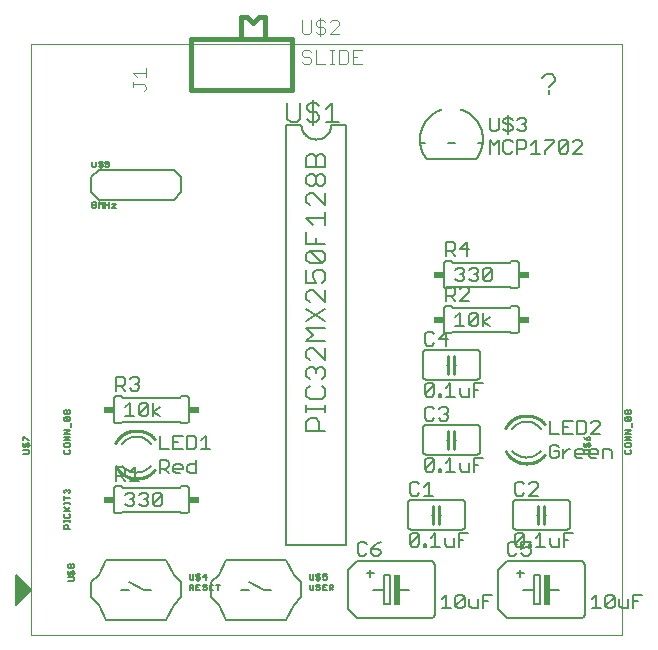
<source format=gto>
G75*
%MOIN*%
%OFA0B0*%
%FSLAX25Y25*%
%IPPOS*%
%LPD*%
%AMOC8*
5,1,8,0,0,1.08239X$1,22.5*
%
%ADD10C,0.00000*%
%ADD11C,0.00600*%
%ADD12C,0.01000*%
%ADD13C,0.00500*%
%ADD14R,0.02000X0.10000*%
%ADD15C,0.00400*%
%ADD16R,0.03400X0.02400*%
%ADD17C,0.00700*%
%ADD18C,0.01600*%
%ADD19C,0.00800*%
D10*
X0006800Y0006800D02*
X0006800Y0203650D01*
X0203650Y0203650D01*
X0203650Y0006800D01*
X0006800Y0006800D01*
D11*
X0035300Y0047300D02*
X0036800Y0047300D01*
X0037300Y0047800D01*
X0056300Y0047800D01*
X0056800Y0047300D01*
X0058300Y0047300D01*
X0058360Y0047302D01*
X0058421Y0047307D01*
X0058480Y0047316D01*
X0058539Y0047329D01*
X0058598Y0047345D01*
X0058655Y0047365D01*
X0058710Y0047388D01*
X0058765Y0047415D01*
X0058817Y0047444D01*
X0058868Y0047477D01*
X0058917Y0047513D01*
X0058963Y0047551D01*
X0059007Y0047593D01*
X0059049Y0047637D01*
X0059087Y0047683D01*
X0059123Y0047732D01*
X0059156Y0047783D01*
X0059185Y0047835D01*
X0059212Y0047890D01*
X0059235Y0047945D01*
X0059255Y0048002D01*
X0059271Y0048061D01*
X0059284Y0048120D01*
X0059293Y0048179D01*
X0059298Y0048240D01*
X0059300Y0048300D01*
X0059300Y0055300D01*
X0059298Y0055360D01*
X0059293Y0055421D01*
X0059284Y0055480D01*
X0059271Y0055539D01*
X0059255Y0055598D01*
X0059235Y0055655D01*
X0059212Y0055710D01*
X0059185Y0055765D01*
X0059156Y0055817D01*
X0059123Y0055868D01*
X0059087Y0055917D01*
X0059049Y0055963D01*
X0059007Y0056007D01*
X0058963Y0056049D01*
X0058917Y0056087D01*
X0058868Y0056123D01*
X0058817Y0056156D01*
X0058765Y0056185D01*
X0058710Y0056212D01*
X0058655Y0056235D01*
X0058598Y0056255D01*
X0058539Y0056271D01*
X0058480Y0056284D01*
X0058421Y0056293D01*
X0058360Y0056298D01*
X0058300Y0056300D01*
X0056800Y0056300D01*
X0056300Y0055800D01*
X0037300Y0055800D01*
X0036800Y0056300D01*
X0035300Y0056300D01*
X0035240Y0056298D01*
X0035179Y0056293D01*
X0035120Y0056284D01*
X0035061Y0056271D01*
X0035002Y0056255D01*
X0034945Y0056235D01*
X0034890Y0056212D01*
X0034835Y0056185D01*
X0034783Y0056156D01*
X0034732Y0056123D01*
X0034683Y0056087D01*
X0034637Y0056049D01*
X0034593Y0056007D01*
X0034551Y0055963D01*
X0034513Y0055917D01*
X0034477Y0055868D01*
X0034444Y0055817D01*
X0034415Y0055765D01*
X0034388Y0055710D01*
X0034365Y0055655D01*
X0034345Y0055598D01*
X0034329Y0055539D01*
X0034316Y0055480D01*
X0034307Y0055421D01*
X0034302Y0055360D01*
X0034300Y0055300D01*
X0034300Y0048300D01*
X0034302Y0048240D01*
X0034307Y0048179D01*
X0034316Y0048120D01*
X0034329Y0048061D01*
X0034345Y0048002D01*
X0034365Y0047945D01*
X0034388Y0047890D01*
X0034415Y0047835D01*
X0034444Y0047783D01*
X0034477Y0047732D01*
X0034513Y0047683D01*
X0034551Y0047637D01*
X0034593Y0047593D01*
X0034637Y0047551D01*
X0034683Y0047513D01*
X0034732Y0047477D01*
X0034783Y0047444D01*
X0034835Y0047415D01*
X0034890Y0047388D01*
X0034945Y0047365D01*
X0035002Y0047345D01*
X0035061Y0047329D01*
X0035120Y0047316D01*
X0035179Y0047307D01*
X0035240Y0047302D01*
X0035300Y0047300D01*
X0046682Y0070287D02*
X0046591Y0070412D01*
X0046497Y0070534D01*
X0046399Y0070653D01*
X0046299Y0070770D01*
X0046195Y0070884D01*
X0046089Y0070996D01*
X0045980Y0071104D01*
X0045868Y0071210D01*
X0045753Y0071313D01*
X0045636Y0071413D01*
X0045516Y0071511D01*
X0045394Y0071604D01*
X0045270Y0071695D01*
X0045143Y0071783D01*
X0045014Y0071867D01*
X0044882Y0071948D01*
X0044749Y0072025D01*
X0044614Y0072099D01*
X0044477Y0072170D01*
X0044338Y0072237D01*
X0044198Y0072300D01*
X0044055Y0072360D01*
X0043912Y0072416D01*
X0043767Y0072468D01*
X0043621Y0072517D01*
X0043473Y0072562D01*
X0043325Y0072603D01*
X0043175Y0072640D01*
X0043025Y0072674D01*
X0042873Y0072703D01*
X0042721Y0072729D01*
X0042569Y0072751D01*
X0042416Y0072768D01*
X0042262Y0072782D01*
X0042108Y0072792D01*
X0041954Y0072798D01*
X0041800Y0072800D01*
X0037064Y0063117D02*
X0037158Y0062998D01*
X0037256Y0062882D01*
X0037356Y0062768D01*
X0037460Y0062657D01*
X0037566Y0062549D01*
X0037674Y0062443D01*
X0037786Y0062341D01*
X0037900Y0062241D01*
X0038016Y0062143D01*
X0038135Y0062049D01*
X0038256Y0061958D01*
X0038380Y0061870D01*
X0038506Y0061785D01*
X0038633Y0061704D01*
X0038763Y0061625D01*
X0038895Y0061550D01*
X0039028Y0061479D01*
X0039164Y0061410D01*
X0039301Y0061345D01*
X0039439Y0061284D01*
X0039580Y0061226D01*
X0039721Y0061172D01*
X0039864Y0061121D01*
X0040008Y0061074D01*
X0040153Y0061030D01*
X0040300Y0060991D01*
X0040447Y0060955D01*
X0040595Y0060922D01*
X0040744Y0060894D01*
X0040894Y0060869D01*
X0041044Y0060848D01*
X0041194Y0060831D01*
X0041346Y0060817D01*
X0041497Y0060808D01*
X0041648Y0060802D01*
X0041800Y0060800D01*
X0037000Y0070400D02*
X0037092Y0070519D01*
X0037186Y0070636D01*
X0037284Y0070750D01*
X0037384Y0070862D01*
X0037488Y0070972D01*
X0037593Y0071078D01*
X0037702Y0071183D01*
X0037813Y0071284D01*
X0037927Y0071382D01*
X0038043Y0071478D01*
X0038161Y0071571D01*
X0038282Y0071660D01*
X0038405Y0071747D01*
X0038530Y0071830D01*
X0038657Y0071911D01*
X0038786Y0071988D01*
X0038917Y0072062D01*
X0039050Y0072133D01*
X0039184Y0072200D01*
X0039320Y0072264D01*
X0039458Y0072324D01*
X0039597Y0072381D01*
X0039738Y0072434D01*
X0039880Y0072484D01*
X0040023Y0072531D01*
X0040167Y0072573D01*
X0040312Y0072613D01*
X0040458Y0072648D01*
X0040605Y0072680D01*
X0040753Y0072708D01*
X0040901Y0072732D01*
X0041050Y0072753D01*
X0041200Y0072770D01*
X0041349Y0072783D01*
X0041499Y0072792D01*
X0041650Y0072798D01*
X0041800Y0072800D01*
X0046536Y0063117D02*
X0046442Y0062998D01*
X0046344Y0062882D01*
X0046244Y0062768D01*
X0046140Y0062657D01*
X0046034Y0062549D01*
X0045926Y0062443D01*
X0045814Y0062341D01*
X0045700Y0062241D01*
X0045584Y0062143D01*
X0045465Y0062049D01*
X0045344Y0061958D01*
X0045220Y0061870D01*
X0045094Y0061785D01*
X0044967Y0061704D01*
X0044837Y0061625D01*
X0044705Y0061550D01*
X0044572Y0061479D01*
X0044436Y0061410D01*
X0044299Y0061345D01*
X0044161Y0061284D01*
X0044020Y0061226D01*
X0043879Y0061172D01*
X0043736Y0061121D01*
X0043592Y0061074D01*
X0043447Y0061030D01*
X0043300Y0060991D01*
X0043153Y0060955D01*
X0043005Y0060922D01*
X0042856Y0060894D01*
X0042706Y0060869D01*
X0042556Y0060848D01*
X0042406Y0060831D01*
X0042254Y0060817D01*
X0042103Y0060808D01*
X0041952Y0060802D01*
X0041800Y0060800D01*
X0036800Y0077300D02*
X0035300Y0077300D01*
X0035240Y0077302D01*
X0035179Y0077307D01*
X0035120Y0077316D01*
X0035061Y0077329D01*
X0035002Y0077345D01*
X0034945Y0077365D01*
X0034890Y0077388D01*
X0034835Y0077415D01*
X0034783Y0077444D01*
X0034732Y0077477D01*
X0034683Y0077513D01*
X0034637Y0077551D01*
X0034593Y0077593D01*
X0034551Y0077637D01*
X0034513Y0077683D01*
X0034477Y0077732D01*
X0034444Y0077783D01*
X0034415Y0077835D01*
X0034388Y0077890D01*
X0034365Y0077945D01*
X0034345Y0078002D01*
X0034329Y0078061D01*
X0034316Y0078120D01*
X0034307Y0078179D01*
X0034302Y0078240D01*
X0034300Y0078300D01*
X0034300Y0085300D01*
X0034302Y0085360D01*
X0034307Y0085421D01*
X0034316Y0085480D01*
X0034329Y0085539D01*
X0034345Y0085598D01*
X0034365Y0085655D01*
X0034388Y0085710D01*
X0034415Y0085765D01*
X0034444Y0085817D01*
X0034477Y0085868D01*
X0034513Y0085917D01*
X0034551Y0085963D01*
X0034593Y0086007D01*
X0034637Y0086049D01*
X0034683Y0086087D01*
X0034732Y0086123D01*
X0034783Y0086156D01*
X0034835Y0086185D01*
X0034890Y0086212D01*
X0034945Y0086235D01*
X0035002Y0086255D01*
X0035061Y0086271D01*
X0035120Y0086284D01*
X0035179Y0086293D01*
X0035240Y0086298D01*
X0035300Y0086300D01*
X0036800Y0086300D01*
X0037300Y0085800D01*
X0056300Y0085800D01*
X0056800Y0086300D01*
X0058300Y0086300D01*
X0058360Y0086298D01*
X0058421Y0086293D01*
X0058480Y0086284D01*
X0058539Y0086271D01*
X0058598Y0086255D01*
X0058655Y0086235D01*
X0058710Y0086212D01*
X0058765Y0086185D01*
X0058817Y0086156D01*
X0058868Y0086123D01*
X0058917Y0086087D01*
X0058963Y0086049D01*
X0059007Y0086007D01*
X0059049Y0085963D01*
X0059087Y0085917D01*
X0059123Y0085868D01*
X0059156Y0085817D01*
X0059185Y0085765D01*
X0059212Y0085710D01*
X0059235Y0085655D01*
X0059255Y0085598D01*
X0059271Y0085539D01*
X0059284Y0085480D01*
X0059293Y0085421D01*
X0059298Y0085360D01*
X0059300Y0085300D01*
X0059300Y0078300D01*
X0059298Y0078240D01*
X0059293Y0078179D01*
X0059284Y0078120D01*
X0059271Y0078061D01*
X0059255Y0078002D01*
X0059235Y0077945D01*
X0059212Y0077890D01*
X0059185Y0077835D01*
X0059156Y0077783D01*
X0059123Y0077732D01*
X0059087Y0077683D01*
X0059049Y0077637D01*
X0059007Y0077593D01*
X0058963Y0077551D01*
X0058917Y0077513D01*
X0058868Y0077477D01*
X0058817Y0077444D01*
X0058765Y0077415D01*
X0058710Y0077388D01*
X0058655Y0077365D01*
X0058598Y0077345D01*
X0058539Y0077329D01*
X0058480Y0077316D01*
X0058421Y0077307D01*
X0058360Y0077302D01*
X0058300Y0077300D01*
X0056800Y0077300D01*
X0056300Y0077800D01*
X0037300Y0077800D01*
X0036800Y0077300D01*
X0091800Y0036800D02*
X0091800Y0176300D01*
X0091800Y0176800D02*
X0096800Y0176800D01*
X0096802Y0176660D01*
X0096808Y0176520D01*
X0096818Y0176380D01*
X0096831Y0176240D01*
X0096849Y0176101D01*
X0096871Y0175962D01*
X0096896Y0175825D01*
X0096925Y0175687D01*
X0096958Y0175551D01*
X0096995Y0175416D01*
X0097036Y0175282D01*
X0097081Y0175149D01*
X0097129Y0175017D01*
X0097181Y0174887D01*
X0097236Y0174758D01*
X0097295Y0174631D01*
X0097358Y0174505D01*
X0097424Y0174381D01*
X0097493Y0174260D01*
X0097566Y0174140D01*
X0097643Y0174022D01*
X0097722Y0173907D01*
X0097805Y0173793D01*
X0097891Y0173683D01*
X0097980Y0173574D01*
X0098072Y0173468D01*
X0098167Y0173365D01*
X0098264Y0173264D01*
X0098365Y0173167D01*
X0098468Y0173072D01*
X0098574Y0172980D01*
X0098683Y0172891D01*
X0098793Y0172805D01*
X0098907Y0172722D01*
X0099022Y0172643D01*
X0099140Y0172566D01*
X0099260Y0172493D01*
X0099381Y0172424D01*
X0099505Y0172358D01*
X0099631Y0172295D01*
X0099758Y0172236D01*
X0099887Y0172181D01*
X0100017Y0172129D01*
X0100149Y0172081D01*
X0100282Y0172036D01*
X0100416Y0171995D01*
X0100551Y0171958D01*
X0100687Y0171925D01*
X0100825Y0171896D01*
X0100962Y0171871D01*
X0101101Y0171849D01*
X0101240Y0171831D01*
X0101380Y0171818D01*
X0101520Y0171808D01*
X0101660Y0171802D01*
X0101800Y0171800D01*
X0101940Y0171802D01*
X0102080Y0171808D01*
X0102220Y0171818D01*
X0102360Y0171831D01*
X0102499Y0171849D01*
X0102638Y0171871D01*
X0102775Y0171896D01*
X0102913Y0171925D01*
X0103049Y0171958D01*
X0103184Y0171995D01*
X0103318Y0172036D01*
X0103451Y0172081D01*
X0103583Y0172129D01*
X0103713Y0172181D01*
X0103842Y0172236D01*
X0103969Y0172295D01*
X0104095Y0172358D01*
X0104219Y0172424D01*
X0104340Y0172493D01*
X0104460Y0172566D01*
X0104578Y0172643D01*
X0104693Y0172722D01*
X0104807Y0172805D01*
X0104917Y0172891D01*
X0105026Y0172980D01*
X0105132Y0173072D01*
X0105235Y0173167D01*
X0105336Y0173264D01*
X0105433Y0173365D01*
X0105528Y0173468D01*
X0105620Y0173574D01*
X0105709Y0173683D01*
X0105795Y0173793D01*
X0105878Y0173907D01*
X0105957Y0174022D01*
X0106034Y0174140D01*
X0106107Y0174260D01*
X0106176Y0174381D01*
X0106242Y0174505D01*
X0106305Y0174631D01*
X0106364Y0174758D01*
X0106419Y0174887D01*
X0106471Y0175017D01*
X0106519Y0175149D01*
X0106564Y0175282D01*
X0106605Y0175416D01*
X0106642Y0175551D01*
X0106675Y0175687D01*
X0106704Y0175825D01*
X0106729Y0175962D01*
X0106751Y0176101D01*
X0106769Y0176240D01*
X0106782Y0176380D01*
X0106792Y0176520D01*
X0106798Y0176660D01*
X0106800Y0176800D01*
X0111800Y0176800D01*
X0111800Y0036800D01*
X0091800Y0036800D01*
X0112300Y0028300D02*
X0112300Y0015300D01*
X0115300Y0012300D01*
X0139800Y0012300D01*
X0139876Y0012302D01*
X0139952Y0012308D01*
X0140027Y0012317D01*
X0140102Y0012331D01*
X0140176Y0012348D01*
X0140249Y0012369D01*
X0140321Y0012393D01*
X0140392Y0012422D01*
X0140461Y0012453D01*
X0140528Y0012488D01*
X0140593Y0012527D01*
X0140657Y0012569D01*
X0140718Y0012614D01*
X0140777Y0012662D01*
X0140833Y0012713D01*
X0140887Y0012767D01*
X0140938Y0012823D01*
X0140986Y0012882D01*
X0141031Y0012943D01*
X0141073Y0013007D01*
X0141112Y0013072D01*
X0141147Y0013139D01*
X0141178Y0013208D01*
X0141207Y0013279D01*
X0141231Y0013351D01*
X0141252Y0013424D01*
X0141269Y0013498D01*
X0141283Y0013573D01*
X0141292Y0013648D01*
X0141298Y0013724D01*
X0141300Y0013800D01*
X0141300Y0029800D01*
X0141298Y0029876D01*
X0141292Y0029952D01*
X0141283Y0030027D01*
X0141269Y0030102D01*
X0141252Y0030176D01*
X0141231Y0030249D01*
X0141207Y0030321D01*
X0141178Y0030392D01*
X0141147Y0030461D01*
X0141112Y0030528D01*
X0141073Y0030593D01*
X0141031Y0030657D01*
X0140986Y0030718D01*
X0140938Y0030777D01*
X0140887Y0030833D01*
X0140833Y0030887D01*
X0140777Y0030938D01*
X0140718Y0030986D01*
X0140657Y0031031D01*
X0140593Y0031073D01*
X0140528Y0031112D01*
X0140461Y0031147D01*
X0140392Y0031178D01*
X0140321Y0031207D01*
X0140249Y0031231D01*
X0140176Y0031252D01*
X0140102Y0031269D01*
X0140027Y0031283D01*
X0139952Y0031292D01*
X0139876Y0031298D01*
X0139800Y0031300D01*
X0115300Y0031300D01*
X0112300Y0028300D01*
X0118500Y0027200D02*
X0121100Y0027200D01*
X0119800Y0028400D02*
X0119800Y0025900D01*
X0120800Y0021800D02*
X0124300Y0021800D01*
X0124300Y0026600D01*
X0126300Y0026600D01*
X0126300Y0017000D01*
X0124300Y0017000D01*
X0124300Y0021800D01*
X0129300Y0021800D02*
X0132800Y0021800D01*
X0133300Y0041800D02*
X0150300Y0041800D01*
X0150360Y0041802D01*
X0150421Y0041807D01*
X0150480Y0041816D01*
X0150539Y0041829D01*
X0150598Y0041845D01*
X0150655Y0041865D01*
X0150710Y0041888D01*
X0150765Y0041915D01*
X0150817Y0041944D01*
X0150868Y0041977D01*
X0150917Y0042013D01*
X0150963Y0042051D01*
X0151007Y0042093D01*
X0151049Y0042137D01*
X0151087Y0042183D01*
X0151123Y0042232D01*
X0151156Y0042283D01*
X0151185Y0042335D01*
X0151212Y0042390D01*
X0151235Y0042445D01*
X0151255Y0042502D01*
X0151271Y0042561D01*
X0151284Y0042620D01*
X0151293Y0042679D01*
X0151298Y0042740D01*
X0151300Y0042800D01*
X0151300Y0050800D01*
X0151298Y0050860D01*
X0151293Y0050921D01*
X0151284Y0050980D01*
X0151271Y0051039D01*
X0151255Y0051098D01*
X0151235Y0051155D01*
X0151212Y0051210D01*
X0151185Y0051265D01*
X0151156Y0051317D01*
X0151123Y0051368D01*
X0151087Y0051417D01*
X0151049Y0051463D01*
X0151007Y0051507D01*
X0150963Y0051549D01*
X0150917Y0051587D01*
X0150868Y0051623D01*
X0150817Y0051656D01*
X0150765Y0051685D01*
X0150710Y0051712D01*
X0150655Y0051735D01*
X0150598Y0051755D01*
X0150539Y0051771D01*
X0150480Y0051784D01*
X0150421Y0051793D01*
X0150360Y0051798D01*
X0150300Y0051800D01*
X0133300Y0051800D01*
X0133240Y0051798D01*
X0133179Y0051793D01*
X0133120Y0051784D01*
X0133061Y0051771D01*
X0133002Y0051755D01*
X0132945Y0051735D01*
X0132890Y0051712D01*
X0132835Y0051685D01*
X0132783Y0051656D01*
X0132732Y0051623D01*
X0132683Y0051587D01*
X0132637Y0051549D01*
X0132593Y0051507D01*
X0132551Y0051463D01*
X0132513Y0051417D01*
X0132477Y0051368D01*
X0132444Y0051317D01*
X0132415Y0051265D01*
X0132388Y0051210D01*
X0132365Y0051155D01*
X0132345Y0051098D01*
X0132329Y0051039D01*
X0132316Y0050980D01*
X0132307Y0050921D01*
X0132302Y0050860D01*
X0132300Y0050800D01*
X0132300Y0042800D01*
X0132302Y0042740D01*
X0132307Y0042679D01*
X0132316Y0042620D01*
X0132329Y0042561D01*
X0132345Y0042502D01*
X0132365Y0042445D01*
X0132388Y0042390D01*
X0132415Y0042335D01*
X0132444Y0042283D01*
X0132477Y0042232D01*
X0132513Y0042183D01*
X0132551Y0042137D01*
X0132593Y0042093D01*
X0132637Y0042051D01*
X0132683Y0042013D01*
X0132732Y0041977D01*
X0132783Y0041944D01*
X0132835Y0041915D01*
X0132890Y0041888D01*
X0132945Y0041865D01*
X0133002Y0041845D01*
X0133061Y0041829D01*
X0133120Y0041816D01*
X0133179Y0041807D01*
X0133240Y0041802D01*
X0133300Y0041800D01*
X0140300Y0046800D02*
X0140800Y0046800D01*
X0142800Y0046800D02*
X0143300Y0046800D01*
X0162300Y0028300D02*
X0162300Y0015300D01*
X0165300Y0012300D01*
X0189800Y0012300D01*
X0189876Y0012302D01*
X0189952Y0012308D01*
X0190027Y0012317D01*
X0190102Y0012331D01*
X0190176Y0012348D01*
X0190249Y0012369D01*
X0190321Y0012393D01*
X0190392Y0012422D01*
X0190461Y0012453D01*
X0190528Y0012488D01*
X0190593Y0012527D01*
X0190657Y0012569D01*
X0190718Y0012614D01*
X0190777Y0012662D01*
X0190833Y0012713D01*
X0190887Y0012767D01*
X0190938Y0012823D01*
X0190986Y0012882D01*
X0191031Y0012943D01*
X0191073Y0013007D01*
X0191112Y0013072D01*
X0191147Y0013139D01*
X0191178Y0013208D01*
X0191207Y0013279D01*
X0191231Y0013351D01*
X0191252Y0013424D01*
X0191269Y0013498D01*
X0191283Y0013573D01*
X0191292Y0013648D01*
X0191298Y0013724D01*
X0191300Y0013800D01*
X0191300Y0029800D01*
X0191298Y0029876D01*
X0191292Y0029952D01*
X0191283Y0030027D01*
X0191269Y0030102D01*
X0191252Y0030176D01*
X0191231Y0030249D01*
X0191207Y0030321D01*
X0191178Y0030392D01*
X0191147Y0030461D01*
X0191112Y0030528D01*
X0191073Y0030593D01*
X0191031Y0030657D01*
X0190986Y0030718D01*
X0190938Y0030777D01*
X0190887Y0030833D01*
X0190833Y0030887D01*
X0190777Y0030938D01*
X0190718Y0030986D01*
X0190657Y0031031D01*
X0190593Y0031073D01*
X0190528Y0031112D01*
X0190461Y0031147D01*
X0190392Y0031178D01*
X0190321Y0031207D01*
X0190249Y0031231D01*
X0190176Y0031252D01*
X0190102Y0031269D01*
X0190027Y0031283D01*
X0189952Y0031292D01*
X0189876Y0031298D01*
X0189800Y0031300D01*
X0165300Y0031300D01*
X0162300Y0028300D01*
X0168500Y0027200D02*
X0171100Y0027200D01*
X0169800Y0028400D02*
X0169800Y0025900D01*
X0170800Y0021800D02*
X0174300Y0021800D01*
X0174300Y0026600D01*
X0176300Y0026600D01*
X0176300Y0017000D01*
X0174300Y0017000D01*
X0174300Y0021800D01*
X0179300Y0021800D02*
X0182800Y0021800D01*
X0185300Y0041800D02*
X0168300Y0041800D01*
X0168240Y0041802D01*
X0168179Y0041807D01*
X0168120Y0041816D01*
X0168061Y0041829D01*
X0168002Y0041845D01*
X0167945Y0041865D01*
X0167890Y0041888D01*
X0167835Y0041915D01*
X0167783Y0041944D01*
X0167732Y0041977D01*
X0167683Y0042013D01*
X0167637Y0042051D01*
X0167593Y0042093D01*
X0167551Y0042137D01*
X0167513Y0042183D01*
X0167477Y0042232D01*
X0167444Y0042283D01*
X0167415Y0042335D01*
X0167388Y0042390D01*
X0167365Y0042445D01*
X0167345Y0042502D01*
X0167329Y0042561D01*
X0167316Y0042620D01*
X0167307Y0042679D01*
X0167302Y0042740D01*
X0167300Y0042800D01*
X0167300Y0050800D01*
X0167302Y0050860D01*
X0167307Y0050921D01*
X0167316Y0050980D01*
X0167329Y0051039D01*
X0167345Y0051098D01*
X0167365Y0051155D01*
X0167388Y0051210D01*
X0167415Y0051265D01*
X0167444Y0051317D01*
X0167477Y0051368D01*
X0167513Y0051417D01*
X0167551Y0051463D01*
X0167593Y0051507D01*
X0167637Y0051549D01*
X0167683Y0051587D01*
X0167732Y0051623D01*
X0167783Y0051656D01*
X0167835Y0051685D01*
X0167890Y0051712D01*
X0167945Y0051735D01*
X0168002Y0051755D01*
X0168061Y0051771D01*
X0168120Y0051784D01*
X0168179Y0051793D01*
X0168240Y0051798D01*
X0168300Y0051800D01*
X0185300Y0051800D01*
X0185360Y0051798D01*
X0185421Y0051793D01*
X0185480Y0051784D01*
X0185539Y0051771D01*
X0185598Y0051755D01*
X0185655Y0051735D01*
X0185710Y0051712D01*
X0185765Y0051685D01*
X0185817Y0051656D01*
X0185868Y0051623D01*
X0185917Y0051587D01*
X0185963Y0051549D01*
X0186007Y0051507D01*
X0186049Y0051463D01*
X0186087Y0051417D01*
X0186123Y0051368D01*
X0186156Y0051317D01*
X0186185Y0051265D01*
X0186212Y0051210D01*
X0186235Y0051155D01*
X0186255Y0051098D01*
X0186271Y0051039D01*
X0186284Y0050980D01*
X0186293Y0050921D01*
X0186298Y0050860D01*
X0186300Y0050800D01*
X0186300Y0042800D01*
X0186298Y0042740D01*
X0186293Y0042679D01*
X0186284Y0042620D01*
X0186271Y0042561D01*
X0186255Y0042502D01*
X0186235Y0042445D01*
X0186212Y0042390D01*
X0186185Y0042335D01*
X0186156Y0042283D01*
X0186123Y0042232D01*
X0186087Y0042183D01*
X0186049Y0042137D01*
X0186007Y0042093D01*
X0185963Y0042051D01*
X0185917Y0042013D01*
X0185868Y0041977D01*
X0185817Y0041944D01*
X0185765Y0041915D01*
X0185710Y0041888D01*
X0185655Y0041865D01*
X0185598Y0041845D01*
X0185539Y0041829D01*
X0185480Y0041816D01*
X0185421Y0041807D01*
X0185360Y0041802D01*
X0185300Y0041800D01*
X0178300Y0046800D02*
X0177800Y0046800D01*
X0175800Y0046800D02*
X0175300Y0046800D01*
X0155300Y0066800D02*
X0138300Y0066800D01*
X0138240Y0066802D01*
X0138179Y0066807D01*
X0138120Y0066816D01*
X0138061Y0066829D01*
X0138002Y0066845D01*
X0137945Y0066865D01*
X0137890Y0066888D01*
X0137835Y0066915D01*
X0137783Y0066944D01*
X0137732Y0066977D01*
X0137683Y0067013D01*
X0137637Y0067051D01*
X0137593Y0067093D01*
X0137551Y0067137D01*
X0137513Y0067183D01*
X0137477Y0067232D01*
X0137444Y0067283D01*
X0137415Y0067335D01*
X0137388Y0067390D01*
X0137365Y0067445D01*
X0137345Y0067502D01*
X0137329Y0067561D01*
X0137316Y0067620D01*
X0137307Y0067679D01*
X0137302Y0067740D01*
X0137300Y0067800D01*
X0137300Y0075800D01*
X0137302Y0075860D01*
X0137307Y0075921D01*
X0137316Y0075980D01*
X0137329Y0076039D01*
X0137345Y0076098D01*
X0137365Y0076155D01*
X0137388Y0076210D01*
X0137415Y0076265D01*
X0137444Y0076317D01*
X0137477Y0076368D01*
X0137513Y0076417D01*
X0137551Y0076463D01*
X0137593Y0076507D01*
X0137637Y0076549D01*
X0137683Y0076587D01*
X0137732Y0076623D01*
X0137783Y0076656D01*
X0137835Y0076685D01*
X0137890Y0076712D01*
X0137945Y0076735D01*
X0138002Y0076755D01*
X0138061Y0076771D01*
X0138120Y0076784D01*
X0138179Y0076793D01*
X0138240Y0076798D01*
X0138300Y0076800D01*
X0155300Y0076800D01*
X0155360Y0076798D01*
X0155421Y0076793D01*
X0155480Y0076784D01*
X0155539Y0076771D01*
X0155598Y0076755D01*
X0155655Y0076735D01*
X0155710Y0076712D01*
X0155765Y0076685D01*
X0155817Y0076656D01*
X0155868Y0076623D01*
X0155917Y0076587D01*
X0155963Y0076549D01*
X0156007Y0076507D01*
X0156049Y0076463D01*
X0156087Y0076417D01*
X0156123Y0076368D01*
X0156156Y0076317D01*
X0156185Y0076265D01*
X0156212Y0076210D01*
X0156235Y0076155D01*
X0156255Y0076098D01*
X0156271Y0076039D01*
X0156284Y0075980D01*
X0156293Y0075921D01*
X0156298Y0075860D01*
X0156300Y0075800D01*
X0156300Y0067800D01*
X0156298Y0067740D01*
X0156293Y0067679D01*
X0156284Y0067620D01*
X0156271Y0067561D01*
X0156255Y0067502D01*
X0156235Y0067445D01*
X0156212Y0067390D01*
X0156185Y0067335D01*
X0156156Y0067283D01*
X0156123Y0067232D01*
X0156087Y0067183D01*
X0156049Y0067137D01*
X0156007Y0067093D01*
X0155963Y0067051D01*
X0155917Y0067013D01*
X0155868Y0066977D01*
X0155817Y0066944D01*
X0155765Y0066915D01*
X0155710Y0066888D01*
X0155655Y0066865D01*
X0155598Y0066845D01*
X0155539Y0066829D01*
X0155480Y0066816D01*
X0155421Y0066807D01*
X0155360Y0066802D01*
X0155300Y0066800D01*
X0148300Y0071800D02*
X0147800Y0071800D01*
X0145800Y0071800D02*
X0145300Y0071800D01*
X0138300Y0091800D02*
X0155300Y0091800D01*
X0155360Y0091802D01*
X0155421Y0091807D01*
X0155480Y0091816D01*
X0155539Y0091829D01*
X0155598Y0091845D01*
X0155655Y0091865D01*
X0155710Y0091888D01*
X0155765Y0091915D01*
X0155817Y0091944D01*
X0155868Y0091977D01*
X0155917Y0092013D01*
X0155963Y0092051D01*
X0156007Y0092093D01*
X0156049Y0092137D01*
X0156087Y0092183D01*
X0156123Y0092232D01*
X0156156Y0092283D01*
X0156185Y0092335D01*
X0156212Y0092390D01*
X0156235Y0092445D01*
X0156255Y0092502D01*
X0156271Y0092561D01*
X0156284Y0092620D01*
X0156293Y0092679D01*
X0156298Y0092740D01*
X0156300Y0092800D01*
X0156300Y0100800D01*
X0156298Y0100860D01*
X0156293Y0100921D01*
X0156284Y0100980D01*
X0156271Y0101039D01*
X0156255Y0101098D01*
X0156235Y0101155D01*
X0156212Y0101210D01*
X0156185Y0101265D01*
X0156156Y0101317D01*
X0156123Y0101368D01*
X0156087Y0101417D01*
X0156049Y0101463D01*
X0156007Y0101507D01*
X0155963Y0101549D01*
X0155917Y0101587D01*
X0155868Y0101623D01*
X0155817Y0101656D01*
X0155765Y0101685D01*
X0155710Y0101712D01*
X0155655Y0101735D01*
X0155598Y0101755D01*
X0155539Y0101771D01*
X0155480Y0101784D01*
X0155421Y0101793D01*
X0155360Y0101798D01*
X0155300Y0101800D01*
X0138300Y0101800D01*
X0138240Y0101798D01*
X0138179Y0101793D01*
X0138120Y0101784D01*
X0138061Y0101771D01*
X0138002Y0101755D01*
X0137945Y0101735D01*
X0137890Y0101712D01*
X0137835Y0101685D01*
X0137783Y0101656D01*
X0137732Y0101623D01*
X0137683Y0101587D01*
X0137637Y0101549D01*
X0137593Y0101507D01*
X0137551Y0101463D01*
X0137513Y0101417D01*
X0137477Y0101368D01*
X0137444Y0101317D01*
X0137415Y0101265D01*
X0137388Y0101210D01*
X0137365Y0101155D01*
X0137345Y0101098D01*
X0137329Y0101039D01*
X0137316Y0100980D01*
X0137307Y0100921D01*
X0137302Y0100860D01*
X0137300Y0100800D01*
X0137300Y0092800D01*
X0137302Y0092740D01*
X0137307Y0092679D01*
X0137316Y0092620D01*
X0137329Y0092561D01*
X0137345Y0092502D01*
X0137365Y0092445D01*
X0137388Y0092390D01*
X0137415Y0092335D01*
X0137444Y0092283D01*
X0137477Y0092232D01*
X0137513Y0092183D01*
X0137551Y0092137D01*
X0137593Y0092093D01*
X0137637Y0092051D01*
X0137683Y0092013D01*
X0137732Y0091977D01*
X0137783Y0091944D01*
X0137835Y0091915D01*
X0137890Y0091888D01*
X0137945Y0091865D01*
X0138002Y0091845D01*
X0138061Y0091829D01*
X0138120Y0091816D01*
X0138179Y0091807D01*
X0138240Y0091802D01*
X0138300Y0091800D01*
X0145300Y0096800D02*
X0145800Y0096800D01*
X0147800Y0096800D02*
X0148300Y0096800D01*
X0146800Y0107300D02*
X0145300Y0107300D01*
X0145240Y0107302D01*
X0145179Y0107307D01*
X0145120Y0107316D01*
X0145061Y0107329D01*
X0145002Y0107345D01*
X0144945Y0107365D01*
X0144890Y0107388D01*
X0144835Y0107415D01*
X0144783Y0107444D01*
X0144732Y0107477D01*
X0144683Y0107513D01*
X0144637Y0107551D01*
X0144593Y0107593D01*
X0144551Y0107637D01*
X0144513Y0107683D01*
X0144477Y0107732D01*
X0144444Y0107783D01*
X0144415Y0107835D01*
X0144388Y0107890D01*
X0144365Y0107945D01*
X0144345Y0108002D01*
X0144329Y0108061D01*
X0144316Y0108120D01*
X0144307Y0108179D01*
X0144302Y0108240D01*
X0144300Y0108300D01*
X0144300Y0115300D01*
X0144302Y0115360D01*
X0144307Y0115421D01*
X0144316Y0115480D01*
X0144329Y0115539D01*
X0144345Y0115598D01*
X0144365Y0115655D01*
X0144388Y0115710D01*
X0144415Y0115765D01*
X0144444Y0115817D01*
X0144477Y0115868D01*
X0144513Y0115917D01*
X0144551Y0115963D01*
X0144593Y0116007D01*
X0144637Y0116049D01*
X0144683Y0116087D01*
X0144732Y0116123D01*
X0144783Y0116156D01*
X0144835Y0116185D01*
X0144890Y0116212D01*
X0144945Y0116235D01*
X0145002Y0116255D01*
X0145061Y0116271D01*
X0145120Y0116284D01*
X0145179Y0116293D01*
X0145240Y0116298D01*
X0145300Y0116300D01*
X0146800Y0116300D01*
X0147300Y0115800D01*
X0166300Y0115800D01*
X0166800Y0116300D01*
X0168300Y0116300D01*
X0168360Y0116298D01*
X0168421Y0116293D01*
X0168480Y0116284D01*
X0168539Y0116271D01*
X0168598Y0116255D01*
X0168655Y0116235D01*
X0168710Y0116212D01*
X0168765Y0116185D01*
X0168817Y0116156D01*
X0168868Y0116123D01*
X0168917Y0116087D01*
X0168963Y0116049D01*
X0169007Y0116007D01*
X0169049Y0115963D01*
X0169087Y0115917D01*
X0169123Y0115868D01*
X0169156Y0115817D01*
X0169185Y0115765D01*
X0169212Y0115710D01*
X0169235Y0115655D01*
X0169255Y0115598D01*
X0169271Y0115539D01*
X0169284Y0115480D01*
X0169293Y0115421D01*
X0169298Y0115360D01*
X0169300Y0115300D01*
X0169300Y0108300D01*
X0169298Y0108240D01*
X0169293Y0108179D01*
X0169284Y0108120D01*
X0169271Y0108061D01*
X0169255Y0108002D01*
X0169235Y0107945D01*
X0169212Y0107890D01*
X0169185Y0107835D01*
X0169156Y0107783D01*
X0169123Y0107732D01*
X0169087Y0107683D01*
X0169049Y0107637D01*
X0169007Y0107593D01*
X0168963Y0107551D01*
X0168917Y0107513D01*
X0168868Y0107477D01*
X0168817Y0107444D01*
X0168765Y0107415D01*
X0168710Y0107388D01*
X0168655Y0107365D01*
X0168598Y0107345D01*
X0168539Y0107329D01*
X0168480Y0107316D01*
X0168421Y0107307D01*
X0168360Y0107302D01*
X0168300Y0107300D01*
X0166800Y0107300D01*
X0166300Y0107800D01*
X0147300Y0107800D01*
X0146800Y0107300D01*
X0146800Y0122300D02*
X0145300Y0122300D01*
X0145240Y0122302D01*
X0145179Y0122307D01*
X0145120Y0122316D01*
X0145061Y0122329D01*
X0145002Y0122345D01*
X0144945Y0122365D01*
X0144890Y0122388D01*
X0144835Y0122415D01*
X0144783Y0122444D01*
X0144732Y0122477D01*
X0144683Y0122513D01*
X0144637Y0122551D01*
X0144593Y0122593D01*
X0144551Y0122637D01*
X0144513Y0122683D01*
X0144477Y0122732D01*
X0144444Y0122783D01*
X0144415Y0122835D01*
X0144388Y0122890D01*
X0144365Y0122945D01*
X0144345Y0123002D01*
X0144329Y0123061D01*
X0144316Y0123120D01*
X0144307Y0123179D01*
X0144302Y0123240D01*
X0144300Y0123300D01*
X0144300Y0130300D01*
X0144302Y0130360D01*
X0144307Y0130421D01*
X0144316Y0130480D01*
X0144329Y0130539D01*
X0144345Y0130598D01*
X0144365Y0130655D01*
X0144388Y0130710D01*
X0144415Y0130765D01*
X0144444Y0130817D01*
X0144477Y0130868D01*
X0144513Y0130917D01*
X0144551Y0130963D01*
X0144593Y0131007D01*
X0144637Y0131049D01*
X0144683Y0131087D01*
X0144732Y0131123D01*
X0144783Y0131156D01*
X0144835Y0131185D01*
X0144890Y0131212D01*
X0144945Y0131235D01*
X0145002Y0131255D01*
X0145061Y0131271D01*
X0145120Y0131284D01*
X0145179Y0131293D01*
X0145240Y0131298D01*
X0145300Y0131300D01*
X0146800Y0131300D01*
X0147300Y0130800D01*
X0166300Y0130800D01*
X0166800Y0131300D01*
X0168300Y0131300D01*
X0168360Y0131298D01*
X0168421Y0131293D01*
X0168480Y0131284D01*
X0168539Y0131271D01*
X0168598Y0131255D01*
X0168655Y0131235D01*
X0168710Y0131212D01*
X0168765Y0131185D01*
X0168817Y0131156D01*
X0168868Y0131123D01*
X0168917Y0131087D01*
X0168963Y0131049D01*
X0169007Y0131007D01*
X0169049Y0130963D01*
X0169087Y0130917D01*
X0169123Y0130868D01*
X0169156Y0130817D01*
X0169185Y0130765D01*
X0169212Y0130710D01*
X0169235Y0130655D01*
X0169255Y0130598D01*
X0169271Y0130539D01*
X0169284Y0130480D01*
X0169293Y0130421D01*
X0169298Y0130360D01*
X0169300Y0130300D01*
X0169300Y0123300D01*
X0169298Y0123240D01*
X0169293Y0123179D01*
X0169284Y0123120D01*
X0169271Y0123061D01*
X0169255Y0123002D01*
X0169235Y0122945D01*
X0169212Y0122890D01*
X0169185Y0122835D01*
X0169156Y0122783D01*
X0169123Y0122732D01*
X0169087Y0122683D01*
X0169049Y0122637D01*
X0169007Y0122593D01*
X0168963Y0122551D01*
X0168917Y0122513D01*
X0168868Y0122477D01*
X0168817Y0122444D01*
X0168765Y0122415D01*
X0168710Y0122388D01*
X0168655Y0122365D01*
X0168598Y0122345D01*
X0168539Y0122329D01*
X0168480Y0122316D01*
X0168421Y0122307D01*
X0168360Y0122302D01*
X0168300Y0122300D01*
X0166800Y0122300D01*
X0166300Y0122800D01*
X0147300Y0122800D01*
X0146800Y0122300D01*
X0171800Y0077800D02*
X0171954Y0077798D01*
X0172108Y0077792D01*
X0172262Y0077782D01*
X0172416Y0077768D01*
X0172569Y0077751D01*
X0172721Y0077729D01*
X0172873Y0077703D01*
X0173025Y0077674D01*
X0173175Y0077640D01*
X0173325Y0077603D01*
X0173473Y0077562D01*
X0173621Y0077517D01*
X0173767Y0077468D01*
X0173912Y0077416D01*
X0174055Y0077360D01*
X0174198Y0077300D01*
X0174338Y0077237D01*
X0174477Y0077170D01*
X0174614Y0077099D01*
X0174749Y0077025D01*
X0174882Y0076948D01*
X0175014Y0076867D01*
X0175143Y0076783D01*
X0175270Y0076695D01*
X0175394Y0076604D01*
X0175516Y0076511D01*
X0175636Y0076413D01*
X0175753Y0076313D01*
X0175868Y0076210D01*
X0175980Y0076104D01*
X0176089Y0075996D01*
X0176195Y0075884D01*
X0176299Y0075770D01*
X0176399Y0075653D01*
X0176497Y0075534D01*
X0176591Y0075412D01*
X0176682Y0075287D01*
X0171800Y0065800D02*
X0171648Y0065802D01*
X0171497Y0065808D01*
X0171346Y0065817D01*
X0171194Y0065831D01*
X0171044Y0065848D01*
X0170894Y0065869D01*
X0170744Y0065894D01*
X0170595Y0065922D01*
X0170447Y0065955D01*
X0170300Y0065991D01*
X0170153Y0066030D01*
X0170008Y0066074D01*
X0169864Y0066121D01*
X0169721Y0066172D01*
X0169580Y0066226D01*
X0169439Y0066284D01*
X0169301Y0066345D01*
X0169164Y0066410D01*
X0169028Y0066479D01*
X0168895Y0066550D01*
X0168763Y0066625D01*
X0168633Y0066704D01*
X0168506Y0066785D01*
X0168380Y0066870D01*
X0168256Y0066958D01*
X0168135Y0067049D01*
X0168016Y0067143D01*
X0167900Y0067241D01*
X0167786Y0067341D01*
X0167674Y0067443D01*
X0167566Y0067549D01*
X0167460Y0067657D01*
X0167356Y0067768D01*
X0167256Y0067882D01*
X0167158Y0067998D01*
X0167064Y0068117D01*
X0171800Y0065800D02*
X0171952Y0065802D01*
X0172103Y0065808D01*
X0172254Y0065817D01*
X0172406Y0065831D01*
X0172556Y0065848D01*
X0172706Y0065869D01*
X0172856Y0065894D01*
X0173005Y0065922D01*
X0173153Y0065955D01*
X0173300Y0065991D01*
X0173447Y0066030D01*
X0173592Y0066074D01*
X0173736Y0066121D01*
X0173879Y0066172D01*
X0174020Y0066226D01*
X0174161Y0066284D01*
X0174299Y0066345D01*
X0174436Y0066410D01*
X0174572Y0066479D01*
X0174705Y0066550D01*
X0174837Y0066625D01*
X0174967Y0066704D01*
X0175094Y0066785D01*
X0175220Y0066870D01*
X0175344Y0066958D01*
X0175465Y0067049D01*
X0175584Y0067143D01*
X0175700Y0067241D01*
X0175814Y0067341D01*
X0175926Y0067443D01*
X0176034Y0067549D01*
X0176140Y0067657D01*
X0176244Y0067768D01*
X0176344Y0067882D01*
X0176442Y0067998D01*
X0176536Y0068117D01*
X0171800Y0077800D02*
X0171650Y0077798D01*
X0171499Y0077792D01*
X0171349Y0077783D01*
X0171200Y0077770D01*
X0171050Y0077753D01*
X0170901Y0077732D01*
X0170753Y0077708D01*
X0170605Y0077680D01*
X0170458Y0077648D01*
X0170312Y0077613D01*
X0170167Y0077573D01*
X0170023Y0077531D01*
X0169880Y0077484D01*
X0169738Y0077434D01*
X0169597Y0077381D01*
X0169458Y0077324D01*
X0169320Y0077264D01*
X0169184Y0077200D01*
X0169050Y0077133D01*
X0168917Y0077062D01*
X0168786Y0076988D01*
X0168657Y0076911D01*
X0168530Y0076830D01*
X0168405Y0076747D01*
X0168282Y0076660D01*
X0168161Y0076571D01*
X0168043Y0076478D01*
X0167927Y0076382D01*
X0167813Y0076284D01*
X0167702Y0076183D01*
X0167593Y0076078D01*
X0167488Y0075972D01*
X0167384Y0075862D01*
X0167284Y0075750D01*
X0167186Y0075636D01*
X0167092Y0075519D01*
X0167000Y0075400D01*
X0179235Y0187100D02*
X0179235Y0188168D01*
X0179235Y0189235D02*
X0181370Y0191370D01*
X0181370Y0192438D01*
X0180303Y0193505D01*
X0178168Y0193505D01*
X0177100Y0192438D01*
D12*
X0147800Y0099800D02*
X0147800Y0096800D01*
X0147800Y0093800D01*
X0145800Y0093800D02*
X0145800Y0096800D01*
X0145800Y0099800D01*
X0145800Y0074800D02*
X0145800Y0071800D01*
X0145800Y0068800D01*
X0147800Y0068800D02*
X0147800Y0071800D01*
X0147800Y0074800D01*
X0142800Y0049800D02*
X0142800Y0046800D01*
X0142800Y0043800D01*
X0140800Y0043800D02*
X0140800Y0046800D01*
X0140800Y0049800D01*
X0164854Y0067831D02*
X0164953Y0067662D01*
X0165057Y0067496D01*
X0165164Y0067332D01*
X0165275Y0067171D01*
X0165390Y0067013D01*
X0165509Y0066858D01*
X0165632Y0066705D01*
X0165758Y0066556D01*
X0165888Y0066410D01*
X0166022Y0066267D01*
X0166159Y0066127D01*
X0166299Y0065991D01*
X0166443Y0065858D01*
X0166590Y0065729D01*
X0166740Y0065603D01*
X0166893Y0065482D01*
X0167049Y0065363D01*
X0167208Y0065249D01*
X0167369Y0065139D01*
X0167534Y0065033D01*
X0167700Y0064930D01*
X0167870Y0064832D01*
X0168041Y0064738D01*
X0168215Y0064648D01*
X0168391Y0064563D01*
X0168569Y0064481D01*
X0168749Y0064405D01*
X0168931Y0064332D01*
X0169114Y0064264D01*
X0169299Y0064201D01*
X0169486Y0064142D01*
X0169674Y0064088D01*
X0169863Y0064038D01*
X0170053Y0063993D01*
X0170245Y0063953D01*
X0170437Y0063917D01*
X0170630Y0063886D01*
X0170824Y0063860D01*
X0171019Y0063838D01*
X0171214Y0063822D01*
X0171409Y0063810D01*
X0171605Y0063802D01*
X0171800Y0063800D01*
X0164741Y0075565D02*
X0164834Y0075733D01*
X0164930Y0075899D01*
X0165030Y0076063D01*
X0165135Y0076224D01*
X0165243Y0076383D01*
X0165355Y0076539D01*
X0165471Y0076693D01*
X0165590Y0076843D01*
X0165713Y0076991D01*
X0165839Y0077136D01*
X0165969Y0077277D01*
X0166102Y0077416D01*
X0166239Y0077551D01*
X0166379Y0077683D01*
X0166521Y0077811D01*
X0166667Y0077936D01*
X0166816Y0078058D01*
X0166968Y0078176D01*
X0167122Y0078290D01*
X0167280Y0078400D01*
X0167439Y0078507D01*
X0167602Y0078610D01*
X0167767Y0078709D01*
X0167934Y0078804D01*
X0168103Y0078894D01*
X0168274Y0078981D01*
X0168448Y0079064D01*
X0168623Y0079142D01*
X0168801Y0079216D01*
X0168980Y0079286D01*
X0169160Y0079352D01*
X0169342Y0079413D01*
X0169526Y0079470D01*
X0169711Y0079522D01*
X0169897Y0079570D01*
X0170084Y0079614D01*
X0170272Y0079653D01*
X0170461Y0079687D01*
X0170651Y0079717D01*
X0170841Y0079742D01*
X0171032Y0079763D01*
X0171224Y0079779D01*
X0171416Y0079791D01*
X0171608Y0079798D01*
X0171800Y0079800D01*
X0177907Y0066632D02*
X0177780Y0066486D01*
X0177651Y0066344D01*
X0177517Y0066204D01*
X0177381Y0066068D01*
X0177241Y0065935D01*
X0177098Y0065805D01*
X0176951Y0065679D01*
X0176802Y0065557D01*
X0176650Y0065438D01*
X0176495Y0065323D01*
X0176338Y0065211D01*
X0176178Y0065104D01*
X0176015Y0065000D01*
X0175849Y0064901D01*
X0175682Y0064805D01*
X0175512Y0064713D01*
X0175340Y0064626D01*
X0175166Y0064542D01*
X0174990Y0064463D01*
X0174812Y0064389D01*
X0174632Y0064318D01*
X0174451Y0064252D01*
X0174268Y0064190D01*
X0174084Y0064133D01*
X0173898Y0064080D01*
X0173711Y0064032D01*
X0173523Y0063988D01*
X0173334Y0063949D01*
X0173144Y0063914D01*
X0172954Y0063884D01*
X0172763Y0063858D01*
X0172571Y0063837D01*
X0172378Y0063821D01*
X0172186Y0063809D01*
X0171993Y0063802D01*
X0171800Y0063800D01*
X0177946Y0076922D02*
X0177819Y0077070D01*
X0177689Y0077215D01*
X0177556Y0077356D01*
X0177419Y0077495D01*
X0177279Y0077630D01*
X0177135Y0077761D01*
X0176988Y0077889D01*
X0176839Y0078014D01*
X0176686Y0078135D01*
X0176531Y0078252D01*
X0176372Y0078365D01*
X0176211Y0078474D01*
X0176047Y0078579D01*
X0175881Y0078681D01*
X0175712Y0078778D01*
X0175542Y0078871D01*
X0175368Y0078960D01*
X0175193Y0079045D01*
X0175016Y0079125D01*
X0174837Y0079201D01*
X0174656Y0079273D01*
X0174473Y0079340D01*
X0174289Y0079403D01*
X0174103Y0079461D01*
X0173916Y0079515D01*
X0173728Y0079564D01*
X0173538Y0079609D01*
X0173348Y0079649D01*
X0173156Y0079684D01*
X0172964Y0079715D01*
X0172771Y0079741D01*
X0172577Y0079762D01*
X0172383Y0079779D01*
X0172189Y0079791D01*
X0171995Y0079798D01*
X0171800Y0079800D01*
X0175800Y0049800D02*
X0175800Y0046800D01*
X0175800Y0043800D01*
X0177800Y0043800D02*
X0177800Y0046800D01*
X0177800Y0049800D01*
X0041800Y0074800D02*
X0041608Y0074798D01*
X0041416Y0074791D01*
X0041224Y0074779D01*
X0041032Y0074763D01*
X0040841Y0074742D01*
X0040651Y0074717D01*
X0040461Y0074687D01*
X0040272Y0074653D01*
X0040084Y0074614D01*
X0039897Y0074570D01*
X0039711Y0074522D01*
X0039526Y0074470D01*
X0039342Y0074413D01*
X0039160Y0074352D01*
X0038980Y0074286D01*
X0038801Y0074216D01*
X0038623Y0074142D01*
X0038448Y0074064D01*
X0038274Y0073981D01*
X0038103Y0073894D01*
X0037934Y0073804D01*
X0037767Y0073709D01*
X0037602Y0073610D01*
X0037439Y0073507D01*
X0037280Y0073400D01*
X0037122Y0073290D01*
X0036968Y0073176D01*
X0036816Y0073058D01*
X0036667Y0072936D01*
X0036521Y0072811D01*
X0036379Y0072683D01*
X0036239Y0072551D01*
X0036102Y0072416D01*
X0035969Y0072277D01*
X0035839Y0072136D01*
X0035713Y0071991D01*
X0035590Y0071843D01*
X0035471Y0071693D01*
X0035355Y0071539D01*
X0035243Y0071383D01*
X0035135Y0071224D01*
X0035030Y0071063D01*
X0034930Y0070899D01*
X0034834Y0070733D01*
X0034741Y0070565D01*
X0034854Y0062831D02*
X0034953Y0062662D01*
X0035057Y0062496D01*
X0035164Y0062332D01*
X0035275Y0062171D01*
X0035390Y0062013D01*
X0035509Y0061858D01*
X0035632Y0061705D01*
X0035758Y0061556D01*
X0035888Y0061410D01*
X0036022Y0061267D01*
X0036159Y0061127D01*
X0036299Y0060991D01*
X0036443Y0060858D01*
X0036590Y0060729D01*
X0036740Y0060603D01*
X0036893Y0060482D01*
X0037049Y0060363D01*
X0037208Y0060249D01*
X0037369Y0060139D01*
X0037534Y0060033D01*
X0037700Y0059930D01*
X0037870Y0059832D01*
X0038041Y0059738D01*
X0038215Y0059648D01*
X0038391Y0059563D01*
X0038569Y0059481D01*
X0038749Y0059405D01*
X0038931Y0059332D01*
X0039114Y0059264D01*
X0039299Y0059201D01*
X0039486Y0059142D01*
X0039674Y0059088D01*
X0039863Y0059038D01*
X0040053Y0058993D01*
X0040245Y0058953D01*
X0040437Y0058917D01*
X0040630Y0058886D01*
X0040824Y0058860D01*
X0041019Y0058838D01*
X0041214Y0058822D01*
X0041409Y0058810D01*
X0041605Y0058802D01*
X0041800Y0058800D01*
X0041993Y0058802D01*
X0042186Y0058809D01*
X0042378Y0058821D01*
X0042571Y0058837D01*
X0042763Y0058858D01*
X0042954Y0058884D01*
X0043144Y0058914D01*
X0043334Y0058949D01*
X0043523Y0058988D01*
X0043711Y0059032D01*
X0043898Y0059080D01*
X0044084Y0059133D01*
X0044268Y0059190D01*
X0044451Y0059252D01*
X0044632Y0059318D01*
X0044812Y0059389D01*
X0044990Y0059463D01*
X0045166Y0059542D01*
X0045340Y0059626D01*
X0045512Y0059713D01*
X0045682Y0059805D01*
X0045849Y0059901D01*
X0046015Y0060000D01*
X0046178Y0060104D01*
X0046338Y0060211D01*
X0046495Y0060323D01*
X0046650Y0060438D01*
X0046802Y0060557D01*
X0046951Y0060679D01*
X0047098Y0060805D01*
X0047241Y0060935D01*
X0047381Y0061068D01*
X0047517Y0061204D01*
X0047651Y0061344D01*
X0047780Y0061486D01*
X0047907Y0061632D01*
X0047946Y0071922D02*
X0047819Y0072070D01*
X0047689Y0072215D01*
X0047556Y0072356D01*
X0047419Y0072495D01*
X0047279Y0072630D01*
X0047135Y0072761D01*
X0046988Y0072889D01*
X0046839Y0073014D01*
X0046686Y0073135D01*
X0046531Y0073252D01*
X0046372Y0073365D01*
X0046211Y0073474D01*
X0046047Y0073579D01*
X0045881Y0073681D01*
X0045712Y0073778D01*
X0045542Y0073871D01*
X0045368Y0073960D01*
X0045193Y0074045D01*
X0045016Y0074125D01*
X0044837Y0074201D01*
X0044656Y0074273D01*
X0044473Y0074340D01*
X0044289Y0074403D01*
X0044103Y0074461D01*
X0043916Y0074515D01*
X0043728Y0074564D01*
X0043538Y0074609D01*
X0043348Y0074649D01*
X0043156Y0074684D01*
X0042964Y0074715D01*
X0042771Y0074741D01*
X0042577Y0074762D01*
X0042383Y0074779D01*
X0042189Y0074791D01*
X0041995Y0074798D01*
X0041800Y0074800D01*
D13*
X0041153Y0079550D02*
X0038150Y0079550D01*
X0039651Y0079550D02*
X0039651Y0084054D01*
X0038150Y0082553D01*
X0042754Y0083303D02*
X0042754Y0080301D01*
X0045756Y0083303D01*
X0045756Y0080301D01*
X0045006Y0079550D01*
X0043505Y0079550D01*
X0042754Y0080301D01*
X0042754Y0083303D02*
X0043505Y0084054D01*
X0045006Y0084054D01*
X0045756Y0083303D01*
X0047358Y0084054D02*
X0047358Y0079550D01*
X0047358Y0081051D02*
X0049610Y0082553D01*
X0047358Y0081051D02*
X0049610Y0079550D01*
X0049550Y0073054D02*
X0049550Y0068550D01*
X0052553Y0068550D01*
X0054154Y0068550D02*
X0057156Y0068550D01*
X0058758Y0068550D02*
X0061010Y0068550D01*
X0061760Y0069301D01*
X0061760Y0072303D01*
X0061010Y0073054D01*
X0058758Y0073054D01*
X0058758Y0068550D01*
X0061760Y0065054D02*
X0061760Y0060550D01*
X0059508Y0060550D01*
X0058758Y0061301D01*
X0058758Y0062802D01*
X0059508Y0063553D01*
X0061760Y0063553D01*
X0057156Y0062802D02*
X0057156Y0062051D01*
X0054154Y0062051D01*
X0054154Y0061301D02*
X0054154Y0062802D01*
X0054905Y0063553D01*
X0056406Y0063553D01*
X0057156Y0062802D01*
X0056406Y0060550D02*
X0054905Y0060550D01*
X0054154Y0061301D01*
X0052553Y0060550D02*
X0051051Y0062051D01*
X0051802Y0062051D02*
X0049550Y0062051D01*
X0049550Y0060550D02*
X0049550Y0065054D01*
X0051802Y0065054D01*
X0052553Y0064303D01*
X0052553Y0062802D01*
X0051802Y0062051D01*
X0054154Y0068550D02*
X0054154Y0073054D01*
X0057156Y0073054D01*
X0055655Y0070802D02*
X0054154Y0070802D01*
X0063362Y0071553D02*
X0064863Y0073054D01*
X0064863Y0068550D01*
X0063362Y0068550D02*
X0066364Y0068550D01*
X0050360Y0053303D02*
X0047358Y0050301D01*
X0048108Y0049550D01*
X0049610Y0049550D01*
X0050360Y0050301D01*
X0050360Y0053303D01*
X0049610Y0054054D01*
X0048108Y0054054D01*
X0047358Y0053303D01*
X0047358Y0050301D01*
X0045756Y0050301D02*
X0045006Y0049550D01*
X0043505Y0049550D01*
X0042754Y0050301D01*
X0041153Y0050301D02*
X0040402Y0049550D01*
X0038901Y0049550D01*
X0038150Y0050301D01*
X0039651Y0051802D02*
X0040402Y0051802D01*
X0041153Y0051051D01*
X0041153Y0050301D01*
X0040402Y0051802D02*
X0041153Y0052553D01*
X0041153Y0053303D01*
X0040402Y0054054D01*
X0038901Y0054054D01*
X0038150Y0053303D01*
X0042754Y0053303D02*
X0043505Y0054054D01*
X0045006Y0054054D01*
X0045756Y0053303D01*
X0045756Y0052553D01*
X0045006Y0051802D01*
X0045756Y0051051D01*
X0045756Y0050301D01*
X0045006Y0051802D02*
X0044255Y0051802D01*
X0042656Y0058050D02*
X0039654Y0058050D01*
X0041155Y0058050D02*
X0041155Y0062554D01*
X0039654Y0061053D01*
X0038053Y0061803D02*
X0037302Y0062554D01*
X0035050Y0062554D01*
X0035050Y0058050D01*
X0035050Y0059551D02*
X0037302Y0059551D01*
X0038053Y0060302D01*
X0038053Y0061803D01*
X0036551Y0059551D02*
X0038053Y0058050D01*
X0019550Y0054787D02*
X0019550Y0054153D01*
X0019233Y0053836D01*
X0018599Y0054470D02*
X0018599Y0054787D01*
X0018916Y0055104D01*
X0019233Y0055104D01*
X0019550Y0054787D01*
X0018599Y0054787D02*
X0018282Y0055104D01*
X0017965Y0055104D01*
X0017648Y0054787D01*
X0017648Y0054153D01*
X0017965Y0053836D01*
X0017648Y0052894D02*
X0017648Y0051626D01*
X0017648Y0052260D02*
X0019550Y0052260D01*
X0019550Y0050787D02*
X0019550Y0050153D01*
X0019550Y0050470D02*
X0017648Y0050470D01*
X0017648Y0050153D02*
X0017648Y0050787D01*
X0017648Y0049211D02*
X0018916Y0047943D01*
X0018599Y0048260D02*
X0019550Y0049211D01*
X0019550Y0047943D02*
X0017648Y0047943D01*
X0017965Y0047001D02*
X0017648Y0046684D01*
X0017648Y0046050D01*
X0017965Y0045733D01*
X0019233Y0045733D01*
X0019550Y0046050D01*
X0019550Y0046684D01*
X0019233Y0047001D01*
X0019550Y0044894D02*
X0019550Y0044260D01*
X0019550Y0044577D02*
X0017648Y0044577D01*
X0017648Y0044260D02*
X0017648Y0044894D01*
X0017965Y0043318D02*
X0018599Y0043318D01*
X0018916Y0043001D01*
X0018916Y0042050D01*
X0019550Y0042050D02*
X0017648Y0042050D01*
X0017648Y0043001D01*
X0017965Y0043318D01*
X0019465Y0030237D02*
X0019782Y0030237D01*
X0020099Y0029921D01*
X0020099Y0029287D01*
X0019782Y0028970D01*
X0019465Y0028970D01*
X0019148Y0029287D01*
X0019148Y0029921D01*
X0019465Y0030237D01*
X0020099Y0029921D02*
X0020416Y0030237D01*
X0020733Y0030237D01*
X0021050Y0029921D01*
X0021050Y0029287D01*
X0020733Y0028970D01*
X0020416Y0028970D01*
X0020099Y0029287D01*
X0020416Y0028028D02*
X0020099Y0027711D01*
X0020099Y0027077D01*
X0019782Y0026760D01*
X0019465Y0026760D01*
X0019148Y0027077D01*
X0019148Y0027711D01*
X0019465Y0028028D01*
X0018831Y0027394D02*
X0021367Y0027394D01*
X0021050Y0027711D02*
X0020733Y0028028D01*
X0020416Y0028028D01*
X0021050Y0027711D02*
X0021050Y0027077D01*
X0020733Y0026760D01*
X0020733Y0025818D02*
X0019148Y0025818D01*
X0019148Y0024550D02*
X0020733Y0024550D01*
X0021050Y0024867D01*
X0021050Y0025501D01*
X0020733Y0025818D01*
X0006800Y0021800D02*
X0001800Y0026800D01*
X0001800Y0016800D01*
X0006800Y0021800D01*
X0006755Y0021755D02*
X0001800Y0021755D01*
X0001800Y0021257D02*
X0006257Y0021257D01*
X0005758Y0020758D02*
X0001800Y0020758D01*
X0001800Y0020260D02*
X0005260Y0020260D01*
X0004761Y0019761D02*
X0001800Y0019761D01*
X0001800Y0019263D02*
X0004263Y0019263D01*
X0003764Y0018764D02*
X0001800Y0018764D01*
X0001800Y0018266D02*
X0003266Y0018266D01*
X0002767Y0017767D02*
X0001800Y0017767D01*
X0001800Y0017269D02*
X0002269Y0017269D01*
X0001800Y0022254D02*
X0006346Y0022254D01*
X0005848Y0022752D02*
X0001800Y0022752D01*
X0001800Y0023251D02*
X0005349Y0023251D01*
X0004851Y0023749D02*
X0001800Y0023749D01*
X0001800Y0024248D02*
X0004352Y0024248D01*
X0003854Y0024746D02*
X0001800Y0024746D01*
X0001800Y0025245D02*
X0003355Y0025245D01*
X0002857Y0025743D02*
X0001800Y0025743D01*
X0001800Y0026242D02*
X0002358Y0026242D01*
X0001860Y0026740D02*
X0001800Y0026740D01*
X0036800Y0021800D02*
X0039300Y0021800D01*
X0039300Y0024300D02*
X0044300Y0021800D01*
X0046800Y0021800D01*
X0059550Y0021550D02*
X0059550Y0023452D01*
X0060501Y0023452D01*
X0060818Y0023135D01*
X0060818Y0022501D01*
X0060501Y0022184D01*
X0059550Y0022184D01*
X0060184Y0022184D02*
X0060818Y0021550D01*
X0061760Y0021550D02*
X0063028Y0021550D01*
X0063970Y0021867D02*
X0064287Y0021550D01*
X0064921Y0021550D01*
X0065237Y0021867D01*
X0065237Y0022184D01*
X0064921Y0022501D01*
X0064287Y0022501D01*
X0063970Y0022818D01*
X0063970Y0023135D01*
X0064287Y0023452D01*
X0064921Y0023452D01*
X0065237Y0023135D01*
X0066180Y0023452D02*
X0066180Y0021550D01*
X0067447Y0021550D01*
X0066814Y0022501D02*
X0066180Y0022501D01*
X0066180Y0023452D02*
X0067447Y0023452D01*
X0068390Y0023452D02*
X0069657Y0023452D01*
X0069023Y0023452D02*
X0069023Y0021550D01*
X0064921Y0025050D02*
X0064921Y0026952D01*
X0063970Y0026001D01*
X0065237Y0026001D01*
X0063028Y0025684D02*
X0062711Y0026001D01*
X0062077Y0026001D01*
X0061760Y0026318D01*
X0061760Y0026635D01*
X0062077Y0026952D01*
X0062711Y0026952D01*
X0063028Y0026635D01*
X0062394Y0027269D02*
X0062394Y0024733D01*
X0062711Y0025050D02*
X0063028Y0025367D01*
X0063028Y0025684D01*
X0062711Y0025050D02*
X0062077Y0025050D01*
X0061760Y0025367D01*
X0060818Y0025367D02*
X0060818Y0026952D01*
X0059550Y0026952D02*
X0059550Y0025367D01*
X0059867Y0025050D01*
X0060501Y0025050D01*
X0060818Y0025367D01*
X0061760Y0023452D02*
X0061760Y0021550D01*
X0061760Y0022501D02*
X0062394Y0022501D01*
X0063028Y0023452D02*
X0061760Y0023452D01*
X0076800Y0021800D02*
X0079300Y0021800D01*
X0079300Y0024300D02*
X0084300Y0021800D01*
X0086800Y0021800D01*
X0099550Y0021867D02*
X0099867Y0021550D01*
X0100501Y0021550D01*
X0100818Y0021867D01*
X0100818Y0023452D01*
X0101760Y0023135D02*
X0101760Y0022818D01*
X0102077Y0022501D01*
X0102711Y0022501D01*
X0103028Y0022184D01*
X0103028Y0021867D01*
X0102711Y0021550D01*
X0102077Y0021550D01*
X0101760Y0021867D01*
X0101760Y0023135D02*
X0102077Y0023452D01*
X0102711Y0023452D01*
X0103028Y0023135D01*
X0103970Y0023452D02*
X0103970Y0021550D01*
X0105237Y0021550D01*
X0106180Y0021550D02*
X0106180Y0023452D01*
X0107130Y0023452D01*
X0107447Y0023135D01*
X0107447Y0022501D01*
X0107130Y0022184D01*
X0106180Y0022184D01*
X0106814Y0022184D02*
X0107447Y0021550D01*
X0105237Y0023452D02*
X0103970Y0023452D01*
X0103970Y0022501D02*
X0104604Y0022501D01*
X0104921Y0025050D02*
X0104287Y0025050D01*
X0103970Y0025367D01*
X0103970Y0026001D02*
X0104604Y0026318D01*
X0104921Y0026318D01*
X0105237Y0026001D01*
X0105237Y0025367D01*
X0104921Y0025050D01*
X0103970Y0026001D02*
X0103970Y0026952D01*
X0105237Y0026952D01*
X0103028Y0026635D02*
X0102711Y0026952D01*
X0102077Y0026952D01*
X0101760Y0026635D01*
X0101760Y0026318D01*
X0102077Y0026001D01*
X0102711Y0026001D01*
X0103028Y0025684D01*
X0103028Y0025367D01*
X0102711Y0025050D01*
X0102077Y0025050D01*
X0101760Y0025367D01*
X0102394Y0024733D02*
X0102394Y0027269D01*
X0100818Y0026952D02*
X0100818Y0025367D01*
X0100501Y0025050D01*
X0099867Y0025050D01*
X0099550Y0025367D01*
X0099550Y0026952D01*
X0099550Y0023452D02*
X0099550Y0021867D01*
X0115550Y0033801D02*
X0115550Y0036803D01*
X0116301Y0037554D01*
X0117802Y0037554D01*
X0118553Y0036803D01*
X0120154Y0035302D02*
X0122406Y0035302D01*
X0123156Y0034551D01*
X0123156Y0033801D01*
X0122406Y0033050D01*
X0120905Y0033050D01*
X0120154Y0033801D01*
X0120154Y0035302D01*
X0121655Y0036803D01*
X0123156Y0037554D01*
X0118553Y0033801D02*
X0117802Y0033050D01*
X0116301Y0033050D01*
X0115550Y0033801D01*
X0133050Y0036801D02*
X0133801Y0036050D01*
X0135302Y0036050D01*
X0136053Y0036801D01*
X0136053Y0039803D01*
X0133050Y0036801D01*
X0133050Y0039803D01*
X0133801Y0040554D01*
X0135302Y0040554D01*
X0136053Y0039803D01*
X0137654Y0036801D02*
X0138405Y0036801D01*
X0138405Y0036050D01*
X0137654Y0036050D01*
X0137654Y0036801D01*
X0139956Y0036050D02*
X0142958Y0036050D01*
X0141457Y0036050D02*
X0141457Y0040554D01*
X0139956Y0039053D01*
X0144560Y0039053D02*
X0144560Y0036801D01*
X0145310Y0036050D01*
X0147562Y0036050D01*
X0147562Y0039053D01*
X0149164Y0038302D02*
X0150665Y0038302D01*
X0149164Y0036050D02*
X0149164Y0040554D01*
X0152166Y0040554D01*
X0140656Y0053050D02*
X0137654Y0053050D01*
X0139155Y0053050D02*
X0139155Y0057554D01*
X0137654Y0056053D01*
X0136053Y0056803D02*
X0135302Y0057554D01*
X0133801Y0057554D01*
X0133050Y0056803D01*
X0133050Y0053801D01*
X0133801Y0053050D01*
X0135302Y0053050D01*
X0136053Y0053801D01*
X0138801Y0061050D02*
X0138050Y0061801D01*
X0141053Y0064803D01*
X0141053Y0061801D01*
X0140302Y0061050D01*
X0138801Y0061050D01*
X0138050Y0061801D02*
X0138050Y0064803D01*
X0138801Y0065554D01*
X0140302Y0065554D01*
X0141053Y0064803D01*
X0142654Y0061801D02*
X0143405Y0061801D01*
X0143405Y0061050D01*
X0142654Y0061050D01*
X0142654Y0061801D01*
X0144956Y0061050D02*
X0147958Y0061050D01*
X0146457Y0061050D02*
X0146457Y0065554D01*
X0144956Y0064053D01*
X0149560Y0064053D02*
X0149560Y0061801D01*
X0150310Y0061050D01*
X0152562Y0061050D01*
X0152562Y0064053D01*
X0154164Y0063302D02*
X0155665Y0063302D01*
X0154164Y0061050D02*
X0154164Y0065554D01*
X0157166Y0065554D01*
X0168050Y0056803D02*
X0168050Y0053801D01*
X0168801Y0053050D01*
X0170302Y0053050D01*
X0171053Y0053801D01*
X0172654Y0053050D02*
X0175656Y0056053D01*
X0175656Y0056803D01*
X0174906Y0057554D01*
X0173405Y0057554D01*
X0172654Y0056803D01*
X0171053Y0056803D02*
X0170302Y0057554D01*
X0168801Y0057554D01*
X0168050Y0056803D01*
X0172654Y0053050D02*
X0175656Y0053050D01*
X0176457Y0040554D02*
X0174956Y0039053D01*
X0176457Y0040554D02*
X0176457Y0036050D01*
X0174956Y0036050D02*
X0177958Y0036050D01*
X0179560Y0036801D02*
X0180310Y0036050D01*
X0182562Y0036050D01*
X0182562Y0039053D01*
X0184164Y0038302D02*
X0185665Y0038302D01*
X0184164Y0036050D02*
X0184164Y0040554D01*
X0187166Y0040554D01*
X0179560Y0039053D02*
X0179560Y0036801D01*
X0173405Y0036801D02*
X0173405Y0036050D01*
X0172654Y0036050D01*
X0172654Y0036801D01*
X0173405Y0036801D01*
X0173156Y0037554D02*
X0170154Y0037554D01*
X0170154Y0035302D01*
X0171655Y0036053D01*
X0172406Y0036053D01*
X0173156Y0035302D01*
X0173156Y0033801D01*
X0172406Y0033050D01*
X0170905Y0033050D01*
X0170154Y0033801D01*
X0168553Y0033801D02*
X0167802Y0033050D01*
X0166301Y0033050D01*
X0165550Y0033801D01*
X0165550Y0036803D01*
X0166301Y0037554D01*
X0167802Y0037554D01*
X0168553Y0036803D01*
X0168050Y0036801D02*
X0171053Y0039803D01*
X0171053Y0036801D01*
X0170302Y0036050D01*
X0168801Y0036050D01*
X0168050Y0036801D01*
X0168050Y0039803D01*
X0168801Y0040554D01*
X0170302Y0040554D01*
X0171053Y0039803D01*
X0160364Y0020054D02*
X0157362Y0020054D01*
X0157362Y0015550D01*
X0155760Y0015550D02*
X0155760Y0018553D01*
X0157362Y0017802D02*
X0158863Y0017802D01*
X0155760Y0015550D02*
X0153508Y0015550D01*
X0152758Y0016301D01*
X0152758Y0018553D01*
X0151156Y0019303D02*
X0151156Y0016301D01*
X0150406Y0015550D01*
X0148905Y0015550D01*
X0148154Y0016301D01*
X0151156Y0019303D01*
X0150406Y0020054D01*
X0148905Y0020054D01*
X0148154Y0019303D01*
X0148154Y0016301D01*
X0146553Y0015550D02*
X0143550Y0015550D01*
X0145051Y0015550D02*
X0145051Y0020054D01*
X0143550Y0018553D01*
X0180301Y0065550D02*
X0179550Y0066301D01*
X0179550Y0069303D01*
X0180301Y0070054D01*
X0181802Y0070054D01*
X0182553Y0069303D01*
X0182553Y0067802D02*
X0181051Y0067802D01*
X0182553Y0067802D02*
X0182553Y0066301D01*
X0181802Y0065550D01*
X0180301Y0065550D01*
X0184154Y0065550D02*
X0184154Y0068553D01*
X0185655Y0068553D02*
X0184154Y0067051D01*
X0185655Y0068553D02*
X0186406Y0068553D01*
X0187991Y0067802D02*
X0187991Y0066301D01*
X0188741Y0065550D01*
X0190242Y0065550D01*
X0190993Y0067051D02*
X0187991Y0067051D01*
X0187991Y0067802D02*
X0188741Y0068553D01*
X0190242Y0068553D01*
X0190993Y0067802D01*
X0190993Y0067051D01*
X0191148Y0067050D02*
X0192733Y0067050D01*
X0193050Y0067367D01*
X0193050Y0068001D01*
X0192733Y0068318D01*
X0191148Y0068318D01*
X0191465Y0069260D02*
X0191148Y0069577D01*
X0191148Y0070211D01*
X0191465Y0070528D01*
X0192099Y0070211D02*
X0192099Y0069577D01*
X0191782Y0069260D01*
X0191465Y0069260D01*
X0190831Y0069894D02*
X0193367Y0069894D01*
X0193050Y0070211D02*
X0192733Y0070528D01*
X0192416Y0070528D01*
X0192099Y0070211D01*
X0193050Y0070211D02*
X0193050Y0069577D01*
X0192733Y0069260D01*
X0193345Y0068553D02*
X0192594Y0067802D01*
X0192594Y0066301D01*
X0193345Y0065550D01*
X0194846Y0065550D01*
X0195597Y0067051D02*
X0192594Y0067051D01*
X0193345Y0068553D02*
X0194846Y0068553D01*
X0195597Y0067802D01*
X0195597Y0067051D01*
X0197198Y0065550D02*
X0197198Y0068553D01*
X0199450Y0068553D01*
X0200201Y0067802D01*
X0200201Y0065550D01*
X0204648Y0067367D02*
X0204965Y0067050D01*
X0206233Y0067050D01*
X0206550Y0067367D01*
X0206550Y0068001D01*
X0206233Y0068318D01*
X0206233Y0069260D02*
X0204965Y0069260D01*
X0204648Y0069577D01*
X0204648Y0070211D01*
X0204965Y0070528D01*
X0206233Y0070528D01*
X0206550Y0070211D01*
X0206550Y0069577D01*
X0206233Y0069260D01*
X0204965Y0068318D02*
X0204648Y0068001D01*
X0204648Y0067367D01*
X0204648Y0071470D02*
X0206550Y0072738D01*
X0204648Y0072738D01*
X0204648Y0073680D02*
X0206550Y0074947D01*
X0204648Y0074947D01*
X0204648Y0073680D02*
X0206550Y0073680D01*
X0206550Y0071470D02*
X0204648Y0071470D01*
X0206867Y0075890D02*
X0206867Y0077157D01*
X0206233Y0078099D02*
X0204965Y0078099D01*
X0204648Y0078416D01*
X0204648Y0079050D01*
X0204965Y0079367D01*
X0206233Y0078099D01*
X0206550Y0078416D01*
X0206550Y0079050D01*
X0206233Y0079367D01*
X0204965Y0079367D01*
X0204965Y0080309D02*
X0205282Y0080309D01*
X0205599Y0080626D01*
X0205599Y0081260D01*
X0205916Y0081577D01*
X0206233Y0081577D01*
X0206550Y0081260D01*
X0206550Y0080626D01*
X0206233Y0080309D01*
X0205916Y0080309D01*
X0205599Y0080626D01*
X0205599Y0081260D02*
X0205282Y0081577D01*
X0204965Y0081577D01*
X0204648Y0081260D01*
X0204648Y0080626D01*
X0204965Y0080309D01*
X0196364Y0077303D02*
X0196364Y0076553D01*
X0193362Y0073550D01*
X0196364Y0073550D01*
X0193050Y0072421D02*
X0192733Y0072738D01*
X0192416Y0072738D01*
X0192099Y0072421D01*
X0192099Y0071470D01*
X0192733Y0071470D01*
X0193050Y0071787D01*
X0193050Y0072421D01*
X0192099Y0071470D02*
X0191465Y0072104D01*
X0191148Y0072738D01*
X0191010Y0073550D02*
X0188758Y0073550D01*
X0188758Y0078054D01*
X0191010Y0078054D01*
X0191760Y0077303D01*
X0191760Y0074301D01*
X0191010Y0073550D01*
X0187156Y0073550D02*
X0184154Y0073550D01*
X0184154Y0078054D01*
X0187156Y0078054D01*
X0185655Y0075802D02*
X0184154Y0075802D01*
X0182553Y0073550D02*
X0179550Y0073550D01*
X0179550Y0078054D01*
X0193362Y0077303D02*
X0194112Y0078054D01*
X0195614Y0078054D01*
X0196364Y0077303D01*
X0159610Y0109550D02*
X0157358Y0111051D01*
X0159610Y0112553D01*
X0157358Y0114054D02*
X0157358Y0109550D01*
X0155756Y0110301D02*
X0155756Y0113303D01*
X0152754Y0110301D01*
X0153505Y0109550D01*
X0155006Y0109550D01*
X0155756Y0110301D01*
X0152754Y0110301D02*
X0152754Y0113303D01*
X0153505Y0114054D01*
X0155006Y0114054D01*
X0155756Y0113303D01*
X0151153Y0109550D02*
X0148150Y0109550D01*
X0149651Y0109550D02*
X0149651Y0114054D01*
X0148150Y0112553D01*
X0144906Y0107554D02*
X0142654Y0105302D01*
X0145656Y0105302D01*
X0144906Y0103050D02*
X0144906Y0107554D01*
X0141053Y0106803D02*
X0140302Y0107554D01*
X0138801Y0107554D01*
X0138050Y0106803D01*
X0138050Y0103801D01*
X0138801Y0103050D01*
X0140302Y0103050D01*
X0141053Y0103801D01*
X0140302Y0090554D02*
X0138801Y0090554D01*
X0138050Y0089803D01*
X0138050Y0086801D01*
X0141053Y0089803D01*
X0141053Y0086801D01*
X0140302Y0086050D01*
X0138801Y0086050D01*
X0138050Y0086801D01*
X0141053Y0089803D02*
X0140302Y0090554D01*
X0142654Y0086801D02*
X0143405Y0086801D01*
X0143405Y0086050D01*
X0142654Y0086050D01*
X0142654Y0086801D01*
X0144956Y0086050D02*
X0147958Y0086050D01*
X0146457Y0086050D02*
X0146457Y0090554D01*
X0144956Y0089053D01*
X0149560Y0089053D02*
X0149560Y0086801D01*
X0150310Y0086050D01*
X0152562Y0086050D01*
X0152562Y0089053D01*
X0154164Y0088302D02*
X0155665Y0088302D01*
X0154164Y0086050D02*
X0154164Y0090554D01*
X0157166Y0090554D01*
X0145656Y0081803D02*
X0145656Y0081053D01*
X0144906Y0080302D01*
X0145656Y0079551D01*
X0145656Y0078801D01*
X0144906Y0078050D01*
X0143405Y0078050D01*
X0142654Y0078801D01*
X0141053Y0078801D02*
X0140302Y0078050D01*
X0138801Y0078050D01*
X0138050Y0078801D01*
X0138050Y0081803D01*
X0138801Y0082554D01*
X0140302Y0082554D01*
X0141053Y0081803D01*
X0142654Y0081803D02*
X0143405Y0082554D01*
X0144906Y0082554D01*
X0145656Y0081803D01*
X0144906Y0080302D02*
X0144155Y0080302D01*
X0145050Y0118050D02*
X0145050Y0122554D01*
X0147302Y0122554D01*
X0148053Y0121803D01*
X0148053Y0120302D01*
X0147302Y0119551D01*
X0145050Y0119551D01*
X0146551Y0119551D02*
X0148053Y0118050D01*
X0149654Y0118050D02*
X0152656Y0121053D01*
X0152656Y0121803D01*
X0151906Y0122554D01*
X0150405Y0122554D01*
X0149654Y0121803D01*
X0149654Y0118050D02*
X0152656Y0118050D01*
X0153505Y0124550D02*
X0152754Y0125301D01*
X0153505Y0124550D02*
X0155006Y0124550D01*
X0155756Y0125301D01*
X0155756Y0126051D01*
X0155006Y0126802D01*
X0154255Y0126802D01*
X0155006Y0126802D02*
X0155756Y0127553D01*
X0155756Y0128303D01*
X0155006Y0129054D01*
X0153505Y0129054D01*
X0152754Y0128303D01*
X0151153Y0128303D02*
X0150402Y0129054D01*
X0148901Y0129054D01*
X0148150Y0128303D01*
X0149651Y0126802D02*
X0150402Y0126802D01*
X0151153Y0126051D01*
X0151153Y0125301D01*
X0150402Y0124550D01*
X0148901Y0124550D01*
X0148150Y0125301D01*
X0150402Y0126802D02*
X0151153Y0127553D01*
X0151153Y0128303D01*
X0151906Y0133050D02*
X0151906Y0137554D01*
X0149654Y0135302D01*
X0152656Y0135302D01*
X0148053Y0135302D02*
X0147302Y0134551D01*
X0145050Y0134551D01*
X0145050Y0133050D02*
X0145050Y0137554D01*
X0147302Y0137554D01*
X0148053Y0136803D01*
X0148053Y0135302D01*
X0146551Y0134551D02*
X0148053Y0133050D01*
X0157358Y0128303D02*
X0157358Y0125301D01*
X0160360Y0128303D01*
X0160360Y0125301D01*
X0159610Y0124550D01*
X0158108Y0124550D01*
X0157358Y0125301D01*
X0157358Y0128303D02*
X0158108Y0129054D01*
X0159610Y0129054D01*
X0160360Y0128303D01*
X0155046Y0165300D02*
X0138554Y0165300D01*
X0137927Y0170800D02*
X0136348Y0170800D01*
X0145673Y0170800D02*
X0147927Y0170800D01*
X0138554Y0165300D02*
X0138401Y0165499D01*
X0138253Y0165701D01*
X0138110Y0165906D01*
X0137972Y0166115D01*
X0137839Y0166327D01*
X0137711Y0166542D01*
X0137589Y0166760D01*
X0137471Y0166981D01*
X0137359Y0167205D01*
X0137252Y0167431D01*
X0137151Y0167660D01*
X0137055Y0167891D01*
X0136964Y0168125D01*
X0136879Y0168360D01*
X0136800Y0168598D01*
X0136727Y0168837D01*
X0136659Y0169078D01*
X0136597Y0169320D01*
X0136541Y0169564D01*
X0136490Y0169810D01*
X0136446Y0170056D01*
X0136407Y0170303D01*
X0136375Y0170551D01*
X0136348Y0170800D01*
X0149896Y0181833D02*
X0150138Y0181755D01*
X0150378Y0181671D01*
X0150616Y0181582D01*
X0150852Y0181486D01*
X0151086Y0181385D01*
X0151317Y0181279D01*
X0151545Y0181166D01*
X0151771Y0181049D01*
X0151994Y0180926D01*
X0152213Y0180797D01*
X0152430Y0180663D01*
X0152643Y0180524D01*
X0152853Y0180380D01*
X0153059Y0180231D01*
X0153261Y0180077D01*
X0153460Y0179918D01*
X0153655Y0179754D01*
X0153846Y0179585D01*
X0154032Y0179412D01*
X0154215Y0179235D01*
X0154393Y0179053D01*
X0154566Y0178867D01*
X0154735Y0178676D01*
X0154899Y0178482D01*
X0155059Y0178284D01*
X0155214Y0178082D01*
X0155363Y0177876D01*
X0155508Y0177667D01*
X0155648Y0177454D01*
X0155782Y0177238D01*
X0155911Y0177018D01*
X0156035Y0176796D01*
X0156154Y0176571D01*
X0156266Y0176343D01*
X0156374Y0176112D01*
X0156475Y0175879D01*
X0156571Y0175643D01*
X0156662Y0175405D01*
X0156746Y0175165D01*
X0156825Y0174923D01*
X0156898Y0174679D01*
X0156964Y0174433D01*
X0157025Y0174186D01*
X0157080Y0173938D01*
X0157129Y0173688D01*
X0157172Y0173437D01*
X0157208Y0173185D01*
X0157239Y0172933D01*
X0157263Y0172679D01*
X0157281Y0172426D01*
X0157293Y0172171D01*
X0157299Y0171917D01*
X0157299Y0171662D01*
X0157293Y0171408D01*
X0157280Y0171154D01*
X0157261Y0170900D01*
X0157236Y0170647D01*
X0157205Y0170394D01*
X0157168Y0170142D01*
X0157125Y0169892D01*
X0157076Y0169642D01*
X0157021Y0169393D01*
X0156959Y0169146D01*
X0156892Y0168901D01*
X0156819Y0168657D01*
X0156740Y0168415D01*
X0156655Y0168176D01*
X0156564Y0167938D01*
X0156467Y0167702D01*
X0156365Y0167469D01*
X0156257Y0167239D01*
X0156144Y0167011D01*
X0156025Y0166786D01*
X0155901Y0166564D01*
X0155772Y0166345D01*
X0155637Y0166129D01*
X0155497Y0165916D01*
X0155351Y0165707D01*
X0155201Y0165502D01*
X0155046Y0165300D01*
X0159550Y0167050D02*
X0159550Y0171554D01*
X0161051Y0170053D01*
X0162553Y0171554D01*
X0162553Y0167050D01*
X0164154Y0167801D02*
X0164905Y0167050D01*
X0166406Y0167050D01*
X0167156Y0167801D01*
X0168758Y0168551D02*
X0171010Y0168551D01*
X0171760Y0169302D01*
X0171760Y0170803D01*
X0171010Y0171554D01*
X0168758Y0171554D01*
X0168758Y0167050D01*
X0167156Y0170803D02*
X0166406Y0171554D01*
X0164905Y0171554D01*
X0164154Y0170803D01*
X0164154Y0167801D01*
X0165655Y0173799D02*
X0165655Y0179804D01*
X0164905Y0179054D02*
X0166406Y0179054D01*
X0167156Y0178303D01*
X0168758Y0178303D02*
X0169508Y0179054D01*
X0171010Y0179054D01*
X0171760Y0178303D01*
X0171760Y0177553D01*
X0171010Y0176802D01*
X0171760Y0176051D01*
X0171760Y0175301D01*
X0171010Y0174550D01*
X0169508Y0174550D01*
X0168758Y0175301D01*
X0167156Y0175301D02*
X0167156Y0176051D01*
X0166406Y0176802D01*
X0164905Y0176802D01*
X0164154Y0177553D01*
X0164154Y0178303D01*
X0164905Y0179054D01*
X0162553Y0179054D02*
X0162553Y0175301D01*
X0161802Y0174550D01*
X0160301Y0174550D01*
X0159550Y0175301D01*
X0159550Y0179054D01*
X0164154Y0175301D02*
X0164905Y0174550D01*
X0166406Y0174550D01*
X0167156Y0175301D01*
X0170259Y0176802D02*
X0171010Y0176802D01*
X0174863Y0171554D02*
X0173362Y0170053D01*
X0174863Y0171554D02*
X0174863Y0167050D01*
X0173362Y0167050D02*
X0176364Y0167050D01*
X0177966Y0167050D02*
X0177966Y0167801D01*
X0180968Y0170803D01*
X0180968Y0171554D01*
X0177966Y0171554D01*
X0182570Y0170803D02*
X0182570Y0167801D01*
X0185572Y0170803D01*
X0185572Y0167801D01*
X0184822Y0167050D01*
X0183320Y0167050D01*
X0182570Y0167801D01*
X0182570Y0170803D02*
X0183320Y0171554D01*
X0184822Y0171554D01*
X0185572Y0170803D01*
X0187174Y0170803D02*
X0187924Y0171554D01*
X0189425Y0171554D01*
X0190176Y0170803D01*
X0190176Y0170053D01*
X0187174Y0167050D01*
X0190176Y0167050D01*
X0157252Y0170800D02*
X0155673Y0170800D01*
X0143704Y0181833D02*
X0143460Y0181755D01*
X0143218Y0181670D01*
X0142979Y0181580D01*
X0142741Y0181484D01*
X0142506Y0181382D01*
X0142273Y0181274D01*
X0142043Y0181161D01*
X0141816Y0181042D01*
X0141592Y0180918D01*
X0141371Y0180788D01*
X0141154Y0180653D01*
X0140939Y0180512D01*
X0140728Y0180366D01*
X0140521Y0180216D01*
X0140318Y0180060D01*
X0140118Y0179899D01*
X0139922Y0179734D01*
X0139731Y0179564D01*
X0139543Y0179389D01*
X0139360Y0179209D01*
X0139182Y0179026D01*
X0139007Y0178837D01*
X0138838Y0178645D01*
X0138673Y0178449D01*
X0138513Y0178248D01*
X0138359Y0178044D01*
X0138209Y0177836D01*
X0138064Y0177625D01*
X0137924Y0177410D01*
X0137790Y0177192D01*
X0137661Y0176970D01*
X0137538Y0176746D01*
X0137420Y0176518D01*
X0137307Y0176288D01*
X0137201Y0176055D01*
X0137100Y0175819D01*
X0137004Y0175581D01*
X0136915Y0175341D01*
X0136832Y0175099D01*
X0136754Y0174854D01*
X0136683Y0174608D01*
X0136617Y0174360D01*
X0136558Y0174111D01*
X0136504Y0173861D01*
X0136457Y0173609D01*
X0136416Y0173356D01*
X0136381Y0173102D01*
X0136352Y0172847D01*
X0136330Y0172592D01*
X0136314Y0172336D01*
X0136304Y0172080D01*
X0136300Y0171824D01*
X0136303Y0171567D01*
X0136311Y0171311D01*
X0136326Y0171055D01*
X0136348Y0170800D01*
X0042656Y0091803D02*
X0042656Y0091053D01*
X0041906Y0090302D01*
X0042656Y0089551D01*
X0042656Y0088801D01*
X0041906Y0088050D01*
X0040405Y0088050D01*
X0039654Y0088801D01*
X0038053Y0088050D02*
X0036551Y0089551D01*
X0037302Y0089551D02*
X0035050Y0089551D01*
X0035050Y0088050D02*
X0035050Y0092554D01*
X0037302Y0092554D01*
X0038053Y0091803D01*
X0038053Y0090302D01*
X0037302Y0089551D01*
X0039654Y0091803D02*
X0040405Y0092554D01*
X0041906Y0092554D01*
X0042656Y0091803D01*
X0041906Y0090302D02*
X0041155Y0090302D01*
X0019550Y0081260D02*
X0019550Y0080626D01*
X0019233Y0080309D01*
X0018916Y0080309D01*
X0018599Y0080626D01*
X0018599Y0081260D01*
X0018916Y0081577D01*
X0019233Y0081577D01*
X0019550Y0081260D01*
X0018599Y0081260D02*
X0018282Y0081577D01*
X0017965Y0081577D01*
X0017648Y0081260D01*
X0017648Y0080626D01*
X0017965Y0080309D01*
X0018282Y0080309D01*
X0018599Y0080626D01*
X0017965Y0079367D02*
X0019233Y0078099D01*
X0019550Y0078416D01*
X0019550Y0079050D01*
X0019233Y0079367D01*
X0017965Y0079367D01*
X0017648Y0079050D01*
X0017648Y0078416D01*
X0017965Y0078099D01*
X0019233Y0078099D01*
X0019867Y0077157D02*
X0019867Y0075890D01*
X0019550Y0074947D02*
X0017648Y0074947D01*
X0017648Y0073680D02*
X0019550Y0074947D01*
X0019550Y0073680D02*
X0017648Y0073680D01*
X0017648Y0072738D02*
X0019550Y0072738D01*
X0017648Y0071470D01*
X0019550Y0071470D01*
X0019233Y0070528D02*
X0017965Y0070528D01*
X0017648Y0070211D01*
X0017648Y0069577D01*
X0017965Y0069260D01*
X0019233Y0069260D01*
X0019550Y0069577D01*
X0019550Y0070211D01*
X0019233Y0070528D01*
X0019233Y0068318D02*
X0019550Y0068001D01*
X0019550Y0067367D01*
X0019233Y0067050D01*
X0017965Y0067050D01*
X0017648Y0067367D01*
X0017648Y0068001D01*
X0017965Y0068318D01*
X0006367Y0069894D02*
X0003831Y0069894D01*
X0004148Y0070211D02*
X0004465Y0070528D01*
X0004148Y0070211D02*
X0004148Y0069577D01*
X0004465Y0069260D01*
X0004782Y0069260D01*
X0005099Y0069577D01*
X0005099Y0070211D01*
X0005416Y0070528D01*
X0005733Y0070528D01*
X0006050Y0070211D01*
X0006050Y0069577D01*
X0005733Y0069260D01*
X0005733Y0068318D02*
X0004148Y0068318D01*
X0004148Y0067050D02*
X0005733Y0067050D01*
X0006050Y0067367D01*
X0006050Y0068001D01*
X0005733Y0068318D01*
X0005733Y0071470D02*
X0006050Y0071470D01*
X0005733Y0071470D02*
X0004465Y0072738D01*
X0004148Y0072738D01*
X0004148Y0071470D01*
X0027367Y0149050D02*
X0027050Y0149367D01*
X0027050Y0149684D01*
X0027367Y0150001D01*
X0028001Y0150001D01*
X0028318Y0149684D01*
X0028318Y0149367D01*
X0028001Y0149050D01*
X0027367Y0149050D01*
X0027367Y0150001D02*
X0027050Y0150318D01*
X0027050Y0150635D01*
X0027367Y0150952D01*
X0028001Y0150952D01*
X0028318Y0150635D01*
X0028318Y0150318D01*
X0028001Y0150001D01*
X0029260Y0149050D02*
X0029260Y0150952D01*
X0029894Y0150318D01*
X0030528Y0150952D01*
X0030528Y0149050D01*
X0031470Y0149050D02*
X0031470Y0150952D01*
X0031470Y0150001D02*
X0032737Y0150001D01*
X0032737Y0150952D02*
X0032737Y0149050D01*
X0033680Y0149050D02*
X0034947Y0149050D01*
X0033680Y0149050D02*
X0034947Y0150318D01*
X0033680Y0150318D01*
X0032421Y0162550D02*
X0031787Y0162550D01*
X0031470Y0162867D01*
X0031787Y0163501D02*
X0032737Y0163501D01*
X0032737Y0164135D02*
X0032421Y0164452D01*
X0031787Y0164452D01*
X0031470Y0164135D01*
X0031470Y0163818D01*
X0031787Y0163501D01*
X0032737Y0162867D02*
X0032737Y0164135D01*
X0032737Y0162867D02*
X0032421Y0162550D01*
X0030528Y0162867D02*
X0030528Y0163184D01*
X0030211Y0163501D01*
X0029577Y0163501D01*
X0029260Y0163818D01*
X0029260Y0164135D01*
X0029577Y0164452D01*
X0030211Y0164452D01*
X0030528Y0164135D01*
X0029894Y0164769D02*
X0029894Y0162233D01*
X0029577Y0162550D02*
X0030211Y0162550D01*
X0030528Y0162867D01*
X0029577Y0162550D02*
X0029260Y0162867D01*
X0028318Y0162867D02*
X0028318Y0164452D01*
X0027050Y0164452D02*
X0027050Y0162867D01*
X0027367Y0162550D01*
X0028001Y0162550D01*
X0028318Y0162867D01*
X0193550Y0018553D02*
X0195051Y0020054D01*
X0195051Y0015550D01*
X0193550Y0015550D02*
X0196553Y0015550D01*
X0198154Y0016301D02*
X0201156Y0019303D01*
X0201156Y0016301D01*
X0200406Y0015550D01*
X0198905Y0015550D01*
X0198154Y0016301D01*
X0198154Y0019303D01*
X0198905Y0020054D01*
X0200406Y0020054D01*
X0201156Y0019303D01*
X0202758Y0018553D02*
X0202758Y0016301D01*
X0203508Y0015550D01*
X0205760Y0015550D01*
X0205760Y0018553D01*
X0207362Y0017802D02*
X0208863Y0017802D01*
X0207362Y0015550D02*
X0207362Y0020054D01*
X0210364Y0020054D01*
D14*
X0178800Y0021800D03*
X0128800Y0021800D03*
D15*
X0044376Y0187906D02*
X0045143Y0188673D01*
X0045143Y0189440D01*
X0044376Y0190207D01*
X0040539Y0190207D01*
X0040539Y0189440D02*
X0040539Y0190975D01*
X0042074Y0192509D02*
X0040539Y0194044D01*
X0045143Y0194044D01*
X0045143Y0192509D02*
X0045143Y0195579D01*
X0097000Y0197767D02*
X0097767Y0197000D01*
X0099302Y0197000D01*
X0100069Y0197767D01*
X0100069Y0198535D01*
X0099302Y0199302D01*
X0097767Y0199302D01*
X0097000Y0200069D01*
X0097000Y0200837D01*
X0097767Y0201604D01*
X0099302Y0201604D01*
X0100069Y0200837D01*
X0101604Y0201604D02*
X0101604Y0197000D01*
X0104673Y0197000D01*
X0106208Y0197000D02*
X0107742Y0197000D01*
X0106975Y0197000D02*
X0106975Y0201604D01*
X0106208Y0201604D02*
X0107742Y0201604D01*
X0109277Y0201604D02*
X0111579Y0201604D01*
X0112346Y0200837D01*
X0112346Y0197767D01*
X0111579Y0197000D01*
X0109277Y0197000D01*
X0109277Y0201604D01*
X0109277Y0207000D02*
X0106208Y0207000D01*
X0109277Y0210069D01*
X0109277Y0210837D01*
X0108510Y0211604D01*
X0106975Y0211604D01*
X0106208Y0210837D01*
X0104673Y0210837D02*
X0103906Y0211604D01*
X0102371Y0211604D01*
X0101604Y0210837D01*
X0101604Y0210069D01*
X0102371Y0209302D01*
X0103906Y0209302D01*
X0104673Y0208535D01*
X0104673Y0207767D01*
X0103906Y0207000D01*
X0102371Y0207000D01*
X0101604Y0207767D01*
X0100069Y0207767D02*
X0100069Y0211604D01*
X0097000Y0211604D02*
X0097000Y0207767D01*
X0097767Y0207000D01*
X0099302Y0207000D01*
X0100069Y0207767D01*
X0103139Y0206233D02*
X0103139Y0212371D01*
X0113881Y0201604D02*
X0113881Y0197000D01*
X0116950Y0197000D01*
X0115416Y0199302D02*
X0113881Y0199302D01*
X0113881Y0201604D02*
X0116950Y0201604D01*
D16*
X0142600Y0126800D03*
X0142600Y0111800D03*
X0171000Y0111800D03*
X0171000Y0126800D03*
X0061000Y0081800D03*
X0032600Y0081800D03*
X0032600Y0051800D03*
X0061000Y0051800D03*
D17*
X0098445Y0074616D02*
X0098445Y0077769D01*
X0099496Y0078819D01*
X0101597Y0078819D01*
X0102648Y0077769D01*
X0102648Y0074616D01*
X0104750Y0074616D02*
X0098445Y0074616D01*
X0098445Y0081061D02*
X0098445Y0083163D01*
X0098445Y0082112D02*
X0104750Y0082112D01*
X0104750Y0081061D02*
X0104750Y0083163D01*
X0103699Y0085358D02*
X0104750Y0086409D01*
X0104750Y0088511D01*
X0103699Y0089562D01*
X0103699Y0091804D02*
X0104750Y0092855D01*
X0104750Y0094957D01*
X0103699Y0096007D01*
X0102648Y0096007D01*
X0101597Y0094957D01*
X0101597Y0093906D01*
X0101597Y0094957D02*
X0100546Y0096007D01*
X0099496Y0096007D01*
X0098445Y0094957D01*
X0098445Y0092855D01*
X0099496Y0091804D01*
X0099496Y0089562D02*
X0098445Y0088511D01*
X0098445Y0086409D01*
X0099496Y0085358D01*
X0103699Y0085358D01*
X0104750Y0098249D02*
X0100546Y0102453D01*
X0099496Y0102453D01*
X0098445Y0101402D01*
X0098445Y0099300D01*
X0099496Y0098249D01*
X0104750Y0098249D02*
X0104750Y0102453D01*
X0104750Y0104695D02*
X0098445Y0104695D01*
X0100546Y0106797D01*
X0098445Y0108898D01*
X0104750Y0108898D01*
X0104750Y0111140D02*
X0098445Y0115344D01*
X0099496Y0117586D02*
X0098445Y0118637D01*
X0098445Y0120739D01*
X0099496Y0121789D01*
X0100546Y0121789D01*
X0104750Y0117586D01*
X0104750Y0121789D01*
X0103699Y0124031D02*
X0104750Y0125082D01*
X0104750Y0127184D01*
X0103699Y0128235D01*
X0101597Y0128235D01*
X0100546Y0127184D01*
X0100546Y0126133D01*
X0101597Y0124031D01*
X0098445Y0124031D01*
X0098445Y0128235D01*
X0099496Y0130477D02*
X0098445Y0131528D01*
X0098445Y0133630D01*
X0099496Y0134680D01*
X0103699Y0130477D01*
X0104750Y0131528D01*
X0104750Y0133630D01*
X0103699Y0134680D01*
X0099496Y0134680D01*
X0098445Y0136922D02*
X0098445Y0141126D01*
X0100546Y0143368D02*
X0098445Y0145470D01*
X0104750Y0145470D01*
X0104750Y0147571D02*
X0104750Y0143368D01*
X0101597Y0139024D02*
X0101597Y0136922D01*
X0098445Y0136922D02*
X0104750Y0136922D01*
X0103699Y0130477D02*
X0099496Y0130477D01*
X0104750Y0115344D02*
X0098445Y0111140D01*
X0099496Y0149813D02*
X0098445Y0150864D01*
X0098445Y0152966D01*
X0099496Y0154017D01*
X0100546Y0154017D01*
X0104750Y0149813D01*
X0104750Y0154017D01*
X0103699Y0156259D02*
X0102648Y0156259D01*
X0101597Y0157310D01*
X0101597Y0159412D01*
X0102648Y0160462D01*
X0103699Y0160462D01*
X0104750Y0159412D01*
X0104750Y0157310D01*
X0103699Y0156259D01*
X0101597Y0157310D02*
X0100546Y0156259D01*
X0099496Y0156259D01*
X0098445Y0157310D01*
X0098445Y0159412D01*
X0099496Y0160462D01*
X0100546Y0160462D01*
X0101597Y0159412D01*
X0101597Y0162704D02*
X0101597Y0165857D01*
X0102648Y0166908D01*
X0103699Y0166908D01*
X0104750Y0165857D01*
X0104750Y0162704D01*
X0098445Y0162704D01*
X0098445Y0165857D01*
X0099496Y0166908D01*
X0100546Y0166908D01*
X0101597Y0165857D01*
X0100697Y0176599D02*
X0100697Y0185006D01*
X0099646Y0183955D02*
X0098595Y0182904D01*
X0098595Y0181854D01*
X0099646Y0180803D01*
X0101748Y0180803D01*
X0102799Y0179752D01*
X0102799Y0178701D01*
X0101748Y0177650D01*
X0099646Y0177650D01*
X0098595Y0178701D01*
X0096354Y0178701D02*
X0095303Y0177650D01*
X0093201Y0177650D01*
X0092150Y0178701D01*
X0092150Y0183955D01*
X0096354Y0183955D02*
X0096354Y0178701D01*
X0099646Y0183955D02*
X0101748Y0183955D01*
X0102799Y0182904D01*
X0105041Y0181854D02*
X0107143Y0183955D01*
X0107143Y0177650D01*
X0105041Y0177650D02*
X0109245Y0177650D01*
D18*
X0093729Y0188335D02*
X0093729Y0205265D01*
X0059871Y0205265D01*
X0059871Y0188335D01*
X0093729Y0188335D01*
X0084674Y0206643D02*
X0084674Y0212548D01*
X0082706Y0212548D01*
X0080737Y0210580D01*
X0078769Y0212548D01*
X0076800Y0212548D01*
X0076800Y0206643D01*
D19*
X0054300Y0161800D02*
X0029300Y0161800D01*
X0026800Y0159300D01*
X0026800Y0154300D01*
X0029300Y0151800D01*
X0054300Y0151800D01*
X0056800Y0154300D01*
X0056800Y0159300D01*
X0054300Y0161800D01*
X0051800Y0031800D02*
X0031800Y0031800D01*
X0029300Y0026800D01*
X0026800Y0024300D01*
X0026800Y0019300D01*
X0029300Y0016800D01*
X0031800Y0011800D01*
X0051800Y0011800D01*
X0054300Y0016800D01*
X0056800Y0019300D01*
X0056800Y0024300D01*
X0054300Y0026800D01*
X0051800Y0031800D01*
X0066800Y0024300D02*
X0066800Y0019300D01*
X0069300Y0016800D01*
X0071800Y0011800D01*
X0091800Y0011800D01*
X0094300Y0016800D01*
X0096800Y0019300D01*
X0096800Y0024300D01*
X0094300Y0026800D01*
X0091800Y0031800D01*
X0071800Y0031800D01*
X0069300Y0026800D01*
X0066800Y0024300D01*
M02*

</source>
